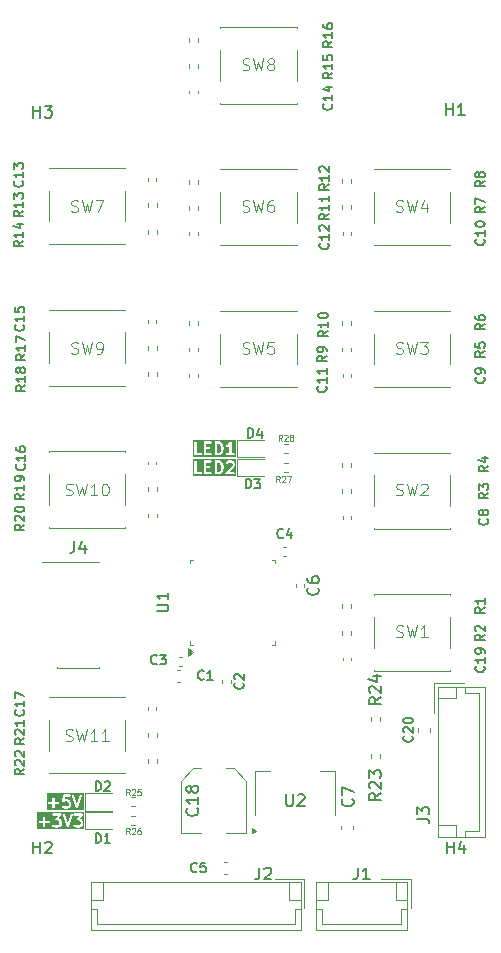
<source format=gbr>
%TF.GenerationSoftware,KiCad,Pcbnew,9.0.0-9.0.0-2~ubuntu22.04.1*%
%TF.CreationDate,2025-03-23T14:44:27+01:00*%
%TF.ProjectId,PCB_controller,5043425f-636f-46e7-9472-6f6c6c65722e,rev?*%
%TF.SameCoordinates,Original*%
%TF.FileFunction,Legend,Top*%
%TF.FilePolarity,Positive*%
%FSLAX46Y46*%
G04 Gerber Fmt 4.6, Leading zero omitted, Abs format (unit mm)*
G04 Created by KiCad (PCBNEW 9.0.0-9.0.0-2~ubuntu22.04.1) date 2025-03-23 14:44:27*
%MOMM*%
%LPD*%
G01*
G04 APERTURE LIST*
%ADD10C,0.200000*%
%ADD11C,0.150000*%
%ADD12C,0.100000*%
%ADD13C,0.125000*%
%ADD14C,0.120000*%
G04 APERTURE END LIST*
D10*
G36*
X142010891Y-93202240D02*
G01*
X142077964Y-93269313D01*
X142113416Y-93340218D01*
X142155387Y-93508099D01*
X142155387Y-93626337D01*
X142113416Y-93794218D01*
X142077963Y-93865124D01*
X142010892Y-93932197D01*
X141905827Y-93967219D01*
X141783959Y-93967219D01*
X141783959Y-93167219D01*
X141905827Y-93167219D01*
X142010891Y-93202240D01*
G37*
G36*
X143418879Y-94278330D02*
G01*
X139758562Y-94278330D01*
X139758562Y-93067219D01*
X139869673Y-93067219D01*
X139869673Y-94067219D01*
X139871594Y-94086728D01*
X139886526Y-94122776D01*
X139914116Y-94150366D01*
X139950164Y-94165298D01*
X139969673Y-94167219D01*
X140445863Y-94167219D01*
X140465372Y-94165298D01*
X140501420Y-94150366D01*
X140529010Y-94122776D01*
X140543942Y-94086728D01*
X140543942Y-94047710D01*
X140529010Y-94011662D01*
X140501420Y-93984072D01*
X140465372Y-93969140D01*
X140445863Y-93967219D01*
X140069673Y-93967219D01*
X140069673Y-93067219D01*
X140679197Y-93067219D01*
X140679197Y-94067219D01*
X140681118Y-94086728D01*
X140696050Y-94122776D01*
X140723640Y-94150366D01*
X140759688Y-94165298D01*
X140779197Y-94167219D01*
X141255387Y-94167219D01*
X141274896Y-94165298D01*
X141310944Y-94150366D01*
X141338534Y-94122776D01*
X141353466Y-94086728D01*
X141353466Y-94047710D01*
X141338534Y-94011662D01*
X141310944Y-93984072D01*
X141274896Y-93969140D01*
X141255387Y-93967219D01*
X140879197Y-93967219D01*
X140879197Y-93643409D01*
X141112530Y-93643409D01*
X141132039Y-93641488D01*
X141168087Y-93626556D01*
X141195677Y-93598966D01*
X141210609Y-93562918D01*
X141210609Y-93523900D01*
X141195677Y-93487852D01*
X141168087Y-93460262D01*
X141132039Y-93445330D01*
X141112530Y-93443409D01*
X140879197Y-93443409D01*
X140879197Y-93167219D01*
X141255387Y-93167219D01*
X141274896Y-93165298D01*
X141310944Y-93150366D01*
X141338534Y-93122776D01*
X141353466Y-93086728D01*
X141353466Y-93067219D01*
X141583959Y-93067219D01*
X141583959Y-94067219D01*
X141585880Y-94086728D01*
X141600812Y-94122776D01*
X141628402Y-94150366D01*
X141664450Y-94165298D01*
X141683959Y-94167219D01*
X141922054Y-94167219D01*
X141931927Y-94166246D01*
X141934561Y-94166434D01*
X141938024Y-94165646D01*
X141941563Y-94165298D01*
X141944005Y-94164286D01*
X141953677Y-94162087D01*
X142096533Y-94114468D01*
X142114434Y-94106477D01*
X142117149Y-94104122D01*
X142120469Y-94102747D01*
X142135622Y-94090310D01*
X142178222Y-94047710D01*
X142490642Y-94047710D01*
X142490642Y-94086728D01*
X142505574Y-94122776D01*
X142533164Y-94150366D01*
X142569212Y-94165298D01*
X142588721Y-94167219D01*
X143207768Y-94167219D01*
X143227277Y-94165298D01*
X143263325Y-94150366D01*
X143290915Y-94122776D01*
X143305847Y-94086728D01*
X143305847Y-94047710D01*
X143290915Y-94011662D01*
X143263325Y-93984072D01*
X143227277Y-93969140D01*
X143207768Y-93967219D01*
X142830143Y-93967219D01*
X143230860Y-93566501D01*
X143243296Y-93551347D01*
X143244670Y-93548028D01*
X143247026Y-93545313D01*
X143255017Y-93527413D01*
X143302636Y-93384556D01*
X143304835Y-93374883D01*
X143305847Y-93372442D01*
X143306195Y-93368904D01*
X143306983Y-93365441D01*
X143306795Y-93362806D01*
X143307768Y-93352933D01*
X143307768Y-93257695D01*
X143305847Y-93238186D01*
X143304471Y-93234865D01*
X143304217Y-93231282D01*
X143297211Y-93212973D01*
X143249592Y-93117736D01*
X143244306Y-93109339D01*
X143243296Y-93106899D01*
X143241042Y-93104153D01*
X143239149Y-93101145D01*
X143237151Y-93099412D01*
X143230859Y-93091746D01*
X143183241Y-93044127D01*
X143175570Y-93037832D01*
X143173841Y-93035838D01*
X143170833Y-93033944D01*
X143168087Y-93031691D01*
X143165647Y-93030680D01*
X143157251Y-93025395D01*
X143062013Y-92977776D01*
X143043705Y-92970770D01*
X143040121Y-92970515D01*
X143036801Y-92969140D01*
X143017292Y-92967219D01*
X142779197Y-92967219D01*
X142759688Y-92969140D01*
X142756367Y-92970515D01*
X142752784Y-92970770D01*
X142734475Y-92977776D01*
X142639238Y-93025395D01*
X142630841Y-93030680D01*
X142628401Y-93031691D01*
X142625655Y-93033944D01*
X142622647Y-93035838D01*
X142620914Y-93037835D01*
X142613248Y-93044128D01*
X142565629Y-93091746D01*
X142553193Y-93106900D01*
X142538261Y-93142948D01*
X142538261Y-93181966D01*
X142553193Y-93218014D01*
X142580783Y-93245604D01*
X142616831Y-93260536D01*
X142655849Y-93260536D01*
X142691897Y-93245604D01*
X142707051Y-93233168D01*
X142743194Y-93197023D01*
X142802804Y-93167219D01*
X142993685Y-93167219D01*
X143053294Y-93197024D01*
X143077963Y-93221692D01*
X143107768Y-93281302D01*
X143107768Y-93336706D01*
X143072746Y-93441770D01*
X142518010Y-93996508D01*
X142505574Y-94011662D01*
X142490642Y-94047710D01*
X142178222Y-94047710D01*
X142230860Y-93995071D01*
X142237152Y-93987404D01*
X142239149Y-93985673D01*
X142241042Y-93982665D01*
X142243297Y-93979918D01*
X142244308Y-93977476D01*
X142249592Y-93969082D01*
X142297211Y-93873845D01*
X142297757Y-93872416D01*
X142298187Y-93871837D01*
X142301108Y-93863660D01*
X142304217Y-93855536D01*
X142304268Y-93854815D01*
X142304782Y-93853377D01*
X142352401Y-93662901D01*
X142352901Y-93659519D01*
X142353466Y-93658156D01*
X142354189Y-93650805D01*
X142355269Y-93643508D01*
X142355051Y-93642049D01*
X142355387Y-93638647D01*
X142355387Y-93495790D01*
X142355051Y-93492387D01*
X142355269Y-93490929D01*
X142354189Y-93483631D01*
X142353466Y-93476281D01*
X142352901Y-93474917D01*
X142352401Y-93471536D01*
X142304782Y-93281060D01*
X142304268Y-93279621D01*
X142304217Y-93278901D01*
X142301108Y-93270776D01*
X142298187Y-93262600D01*
X142297757Y-93262020D01*
X142297211Y-93260592D01*
X142249592Y-93165355D01*
X142244305Y-93156956D01*
X142243296Y-93154519D01*
X142241044Y-93151775D01*
X142239149Y-93148764D01*
X142237151Y-93147031D01*
X142230860Y-93139365D01*
X142135622Y-93044127D01*
X142120468Y-93031691D01*
X142117149Y-93030316D01*
X142114434Y-93027961D01*
X142096533Y-93019970D01*
X141953677Y-92972351D01*
X141944005Y-92970151D01*
X141941563Y-92969140D01*
X141938024Y-92968791D01*
X141934561Y-92968004D01*
X141931927Y-92968191D01*
X141922054Y-92967219D01*
X141683959Y-92967219D01*
X141664450Y-92969140D01*
X141628402Y-92984072D01*
X141600812Y-93011662D01*
X141585880Y-93047710D01*
X141583959Y-93067219D01*
X141353466Y-93067219D01*
X141353466Y-93047710D01*
X141338534Y-93011662D01*
X141310944Y-92984072D01*
X141274896Y-92969140D01*
X141255387Y-92967219D01*
X140779197Y-92967219D01*
X140759688Y-92969140D01*
X140723640Y-92984072D01*
X140696050Y-93011662D01*
X140681118Y-93047710D01*
X140679197Y-93067219D01*
X140069673Y-93067219D01*
X140067752Y-93047710D01*
X140052820Y-93011662D01*
X140025230Y-92984072D01*
X139989182Y-92969140D01*
X139950164Y-92969140D01*
X139914116Y-92984072D01*
X139886526Y-93011662D01*
X139871594Y-93047710D01*
X139869673Y-93067219D01*
X139758562Y-93067219D01*
X139758562Y-92856108D01*
X143418879Y-92856108D01*
X143418879Y-94278330D01*
G37*
G36*
X130552212Y-124178330D02*
G01*
X126560483Y-124178330D01*
X126560483Y-123566757D01*
X126671594Y-123566757D01*
X126671594Y-123605775D01*
X126686526Y-123641823D01*
X126714116Y-123669413D01*
X126750164Y-123684345D01*
X126769673Y-123686266D01*
X127050625Y-123686266D01*
X127050625Y-123967219D01*
X127052546Y-123986728D01*
X127067478Y-124022776D01*
X127095068Y-124050366D01*
X127131116Y-124065298D01*
X127170134Y-124065298D01*
X127206182Y-124050366D01*
X127233772Y-124022776D01*
X127248704Y-123986728D01*
X127250625Y-123967219D01*
X127250625Y-123686266D01*
X127531578Y-123686266D01*
X127551087Y-123684345D01*
X127587135Y-123669413D01*
X127614725Y-123641823D01*
X127629657Y-123605775D01*
X127629657Y-123566757D01*
X127614725Y-123530709D01*
X127587135Y-123503119D01*
X127551087Y-123488187D01*
X127531578Y-123486266D01*
X127250625Y-123486266D01*
X127250625Y-123205314D01*
X127248704Y-123185805D01*
X127233772Y-123149757D01*
X127206182Y-123122167D01*
X127170134Y-123107235D01*
X127131116Y-123107235D01*
X127095068Y-123122167D01*
X127067478Y-123149757D01*
X127052546Y-123185805D01*
X127050625Y-123205314D01*
X127050625Y-123486266D01*
X126769673Y-123486266D01*
X126750164Y-123488187D01*
X126714116Y-123503119D01*
X126686526Y-123530709D01*
X126671594Y-123566757D01*
X126560483Y-123566757D01*
X126560483Y-122947710D01*
X127814451Y-122947710D01*
X127814451Y-122986728D01*
X127829383Y-123022776D01*
X127856973Y-123050366D01*
X127893021Y-123065298D01*
X127912530Y-123067219D01*
X128311200Y-123067219D01*
X128122986Y-123282321D01*
X128116956Y-123290754D01*
X128115097Y-123292614D01*
X128114366Y-123294377D01*
X128111585Y-123298268D01*
X128106380Y-123313656D01*
X128100165Y-123328662D01*
X128100165Y-123332035D01*
X128099085Y-123335229D01*
X128100165Y-123351431D01*
X128100165Y-123367680D01*
X128101455Y-123370795D01*
X128101680Y-123374161D01*
X128108880Y-123388721D01*
X128115097Y-123403728D01*
X128117481Y-123406112D01*
X128118977Y-123409136D01*
X128131202Y-123419833D01*
X128142687Y-123431318D01*
X128145801Y-123432608D01*
X128148341Y-123434830D01*
X128163729Y-123440034D01*
X128178735Y-123446250D01*
X128183494Y-123446718D01*
X128185302Y-123447330D01*
X128187926Y-123447155D01*
X128198244Y-123448171D01*
X128317494Y-123448171D01*
X128377103Y-123477976D01*
X128401772Y-123502644D01*
X128431577Y-123562254D01*
X128431577Y-123753135D01*
X128401772Y-123812743D01*
X128377103Y-123837413D01*
X128317494Y-123867219D01*
X128078994Y-123867219D01*
X128019384Y-123837414D01*
X127983241Y-123801270D01*
X127968088Y-123788833D01*
X127932040Y-123773902D01*
X127893022Y-123773901D01*
X127856973Y-123788832D01*
X127829383Y-123816422D01*
X127814452Y-123852470D01*
X127814451Y-123891488D01*
X127829382Y-123927537D01*
X127841819Y-123942690D01*
X127889437Y-123990310D01*
X127897105Y-123996603D01*
X127898837Y-123998600D01*
X127901845Y-124000493D01*
X127904591Y-124002747D01*
X127907031Y-124003757D01*
X127915428Y-124009043D01*
X128010665Y-124056662D01*
X128028974Y-124063668D01*
X128032557Y-124063922D01*
X128035878Y-124065298D01*
X128055387Y-124067219D01*
X128341101Y-124067219D01*
X128360610Y-124065298D01*
X128363930Y-124063922D01*
X128367514Y-124063668D01*
X128385822Y-124056662D01*
X128481060Y-124009043D01*
X128489455Y-124003758D01*
X128491897Y-124002747D01*
X128494644Y-124000491D01*
X128497650Y-123998600D01*
X128499380Y-123996605D01*
X128507050Y-123990310D01*
X128554669Y-123942690D01*
X128560961Y-123935023D01*
X128562958Y-123933292D01*
X128564851Y-123930284D01*
X128567106Y-123927537D01*
X128568117Y-123925095D01*
X128573401Y-123916701D01*
X128621020Y-123821464D01*
X128628026Y-123803155D01*
X128628280Y-123799571D01*
X128629656Y-123796251D01*
X128631577Y-123776742D01*
X128631577Y-123538647D01*
X128629656Y-123519138D01*
X128628280Y-123515817D01*
X128628026Y-123512234D01*
X128621020Y-123493925D01*
X128573401Y-123398688D01*
X128568115Y-123390291D01*
X128567105Y-123387851D01*
X128564851Y-123385105D01*
X128562958Y-123382097D01*
X128560960Y-123380364D01*
X128554668Y-123372698D01*
X128507050Y-123325079D01*
X128499379Y-123318784D01*
X128497650Y-123316790D01*
X128494642Y-123314896D01*
X128491896Y-123312643D01*
X128489456Y-123311632D01*
X128481060Y-123306347D01*
X128402212Y-123266923D01*
X128606835Y-123033069D01*
X128612864Y-123024635D01*
X128614724Y-123022776D01*
X128615454Y-123021012D01*
X128618236Y-123017122D01*
X128623440Y-123001733D01*
X128629656Y-122986728D01*
X128629656Y-122983354D01*
X128630736Y-122980161D01*
X128630707Y-122979726D01*
X128718077Y-122979726D01*
X128722424Y-122998842D01*
X129055757Y-123998841D01*
X129063748Y-124016742D01*
X129068431Y-124022141D01*
X129071626Y-124028531D01*
X129081097Y-124036746D01*
X129089313Y-124046218D01*
X129095701Y-124049412D01*
X129101102Y-124054096D01*
X129113003Y-124058063D01*
X129124212Y-124063667D01*
X129131336Y-124064173D01*
X129138118Y-124066434D01*
X129150627Y-124065544D01*
X129163132Y-124066434D01*
X129169910Y-124064174D01*
X129177038Y-124063668D01*
X129188254Y-124058059D01*
X129200148Y-124054095D01*
X129205545Y-124049414D01*
X129211937Y-124046218D01*
X129220155Y-124036742D01*
X129229624Y-124028530D01*
X129232817Y-124022143D01*
X129237502Y-124016742D01*
X129245493Y-123998842D01*
X129578826Y-122998842D01*
X129583173Y-122979727D01*
X129580898Y-122947710D01*
X129623975Y-122947710D01*
X129623975Y-122986728D01*
X129638907Y-123022776D01*
X129666497Y-123050366D01*
X129702545Y-123065298D01*
X129722054Y-123067219D01*
X130120724Y-123067219D01*
X129932510Y-123282321D01*
X129926480Y-123290754D01*
X129924621Y-123292614D01*
X129923890Y-123294377D01*
X129921109Y-123298268D01*
X129915904Y-123313656D01*
X129909689Y-123328662D01*
X129909689Y-123332035D01*
X129908609Y-123335229D01*
X129909689Y-123351431D01*
X129909689Y-123367680D01*
X129910979Y-123370795D01*
X129911204Y-123374161D01*
X129918404Y-123388721D01*
X129924621Y-123403728D01*
X129927005Y-123406112D01*
X129928501Y-123409136D01*
X129940726Y-123419833D01*
X129952211Y-123431318D01*
X129955325Y-123432608D01*
X129957865Y-123434830D01*
X129973253Y-123440034D01*
X129988259Y-123446250D01*
X129993018Y-123446718D01*
X129994826Y-123447330D01*
X129997450Y-123447155D01*
X130007768Y-123448171D01*
X130127018Y-123448171D01*
X130186627Y-123477976D01*
X130211296Y-123502644D01*
X130241101Y-123562254D01*
X130241101Y-123753135D01*
X130211296Y-123812743D01*
X130186627Y-123837413D01*
X130127018Y-123867219D01*
X129888518Y-123867219D01*
X129828908Y-123837414D01*
X129792765Y-123801270D01*
X129777612Y-123788833D01*
X129741564Y-123773902D01*
X129702546Y-123773901D01*
X129666497Y-123788832D01*
X129638907Y-123816422D01*
X129623976Y-123852470D01*
X129623975Y-123891488D01*
X129638906Y-123927537D01*
X129651343Y-123942690D01*
X129698961Y-123990310D01*
X129706629Y-123996603D01*
X129708361Y-123998600D01*
X129711369Y-124000493D01*
X129714115Y-124002747D01*
X129716555Y-124003757D01*
X129724952Y-124009043D01*
X129820189Y-124056662D01*
X129838498Y-124063668D01*
X129842081Y-124063922D01*
X129845402Y-124065298D01*
X129864911Y-124067219D01*
X130150625Y-124067219D01*
X130170134Y-124065298D01*
X130173454Y-124063922D01*
X130177038Y-124063668D01*
X130195346Y-124056662D01*
X130290584Y-124009043D01*
X130298979Y-124003758D01*
X130301421Y-124002747D01*
X130304168Y-124000491D01*
X130307174Y-123998600D01*
X130308904Y-123996605D01*
X130316574Y-123990310D01*
X130364193Y-123942690D01*
X130370485Y-123935023D01*
X130372482Y-123933292D01*
X130374375Y-123930284D01*
X130376630Y-123927537D01*
X130377641Y-123925095D01*
X130382925Y-123916701D01*
X130430544Y-123821464D01*
X130437550Y-123803155D01*
X130437804Y-123799571D01*
X130439180Y-123796251D01*
X130441101Y-123776742D01*
X130441101Y-123538647D01*
X130439180Y-123519138D01*
X130437804Y-123515817D01*
X130437550Y-123512234D01*
X130430544Y-123493925D01*
X130382925Y-123398688D01*
X130377639Y-123390291D01*
X130376629Y-123387851D01*
X130374375Y-123385105D01*
X130372482Y-123382097D01*
X130370484Y-123380364D01*
X130364192Y-123372698D01*
X130316574Y-123325079D01*
X130308903Y-123318784D01*
X130307174Y-123316790D01*
X130304166Y-123314896D01*
X130301420Y-123312643D01*
X130298980Y-123311632D01*
X130290584Y-123306347D01*
X130211736Y-123266923D01*
X130416359Y-123033069D01*
X130422388Y-123024635D01*
X130424248Y-123022776D01*
X130424978Y-123021012D01*
X130427760Y-123017122D01*
X130432964Y-123001733D01*
X130439180Y-122986728D01*
X130439180Y-122983354D01*
X130440260Y-122980161D01*
X130439180Y-122963958D01*
X130439180Y-122947710D01*
X130437889Y-122944594D01*
X130437665Y-122941229D01*
X130430462Y-122926663D01*
X130424248Y-122911662D01*
X130421864Y-122909278D01*
X130420369Y-122906254D01*
X130408135Y-122895549D01*
X130396658Y-122884072D01*
X130393544Y-122882782D01*
X130391005Y-122880560D01*
X130375613Y-122875354D01*
X130360610Y-122869140D01*
X130355850Y-122868671D01*
X130354043Y-122868060D01*
X130351418Y-122868234D01*
X130341101Y-122867219D01*
X129722054Y-122867219D01*
X129702545Y-122869140D01*
X129666497Y-122884072D01*
X129638907Y-122911662D01*
X129623975Y-122947710D01*
X129580898Y-122947710D01*
X129580407Y-122940807D01*
X129562957Y-122905908D01*
X129533481Y-122880343D01*
X129496465Y-122868004D01*
X129457545Y-122870771D01*
X129422646Y-122888220D01*
X129397081Y-122917696D01*
X129389090Y-122935597D01*
X129150625Y-123650991D01*
X128912160Y-122935596D01*
X128904169Y-122917696D01*
X128878604Y-122888220D01*
X128843705Y-122870770D01*
X128804785Y-122868004D01*
X128767769Y-122880342D01*
X128738293Y-122905907D01*
X128720843Y-122940806D01*
X128718077Y-122979726D01*
X128630707Y-122979726D01*
X128629656Y-122963958D01*
X128629656Y-122947710D01*
X128628365Y-122944594D01*
X128628141Y-122941229D01*
X128620938Y-122926663D01*
X128614724Y-122911662D01*
X128612340Y-122909278D01*
X128610845Y-122906254D01*
X128598611Y-122895549D01*
X128587134Y-122884072D01*
X128584020Y-122882782D01*
X128581481Y-122880560D01*
X128566089Y-122875354D01*
X128551086Y-122869140D01*
X128546326Y-122868671D01*
X128544519Y-122868060D01*
X128541894Y-122868234D01*
X128531577Y-122867219D01*
X127912530Y-122867219D01*
X127893021Y-122869140D01*
X127856973Y-122884072D01*
X127829383Y-122911662D01*
X127814451Y-122947710D01*
X126560483Y-122947710D01*
X126560483Y-122756108D01*
X130552212Y-122756108D01*
X130552212Y-124178330D01*
G37*
G36*
X130494284Y-122578330D02*
G01*
X127360483Y-122578330D01*
X127360483Y-121966757D01*
X127471594Y-121966757D01*
X127471594Y-122005775D01*
X127486526Y-122041823D01*
X127514116Y-122069413D01*
X127550164Y-122084345D01*
X127569673Y-122086266D01*
X127850625Y-122086266D01*
X127850625Y-122367219D01*
X127852546Y-122386728D01*
X127867478Y-122422776D01*
X127895068Y-122450366D01*
X127931116Y-122465298D01*
X127970134Y-122465298D01*
X128006182Y-122450366D01*
X128033772Y-122422776D01*
X128048704Y-122386728D01*
X128050625Y-122367219D01*
X128050625Y-122086266D01*
X128331578Y-122086266D01*
X128351087Y-122084345D01*
X128387135Y-122069413D01*
X128414725Y-122041823D01*
X128429657Y-122005775D01*
X128429657Y-121966757D01*
X128414725Y-121930709D01*
X128387135Y-121903119D01*
X128351087Y-121888187D01*
X128331578Y-121886266D01*
X128050625Y-121886266D01*
X128050625Y-121853062D01*
X128660616Y-121853062D01*
X128662070Y-121857880D01*
X128662070Y-121862918D01*
X128667666Y-121876427D01*
X128671887Y-121890417D01*
X128675074Y-121894313D01*
X128677002Y-121898966D01*
X128687338Y-121909302D01*
X128696594Y-121920615D01*
X128701031Y-121922995D01*
X128704592Y-121926556D01*
X128718097Y-121932150D01*
X128730978Y-121939060D01*
X128735987Y-121939560D01*
X128740640Y-121941488D01*
X128755261Y-121941488D01*
X128769802Y-121942942D01*
X128774621Y-121941488D01*
X128779658Y-121941488D01*
X128793167Y-121935891D01*
X128807157Y-121931671D01*
X128811053Y-121928483D01*
X128815706Y-121926556D01*
X128830860Y-121914120D01*
X128867003Y-121877975D01*
X128926613Y-121848171D01*
X129117494Y-121848171D01*
X129177103Y-121877976D01*
X129201772Y-121902644D01*
X129231577Y-121962254D01*
X129231577Y-122153135D01*
X129201772Y-122212743D01*
X129177103Y-122237413D01*
X129117494Y-122267219D01*
X128926613Y-122267219D01*
X128867003Y-122237414D01*
X128830860Y-122201270D01*
X128815707Y-122188833D01*
X128779659Y-122173902D01*
X128740641Y-122173901D01*
X128704592Y-122188832D01*
X128677002Y-122216422D01*
X128662071Y-122252470D01*
X128662070Y-122291488D01*
X128677001Y-122327537D01*
X128689438Y-122342690D01*
X128737056Y-122390310D01*
X128744724Y-122396603D01*
X128746456Y-122398600D01*
X128749464Y-122400493D01*
X128752210Y-122402747D01*
X128754650Y-122403757D01*
X128763047Y-122409043D01*
X128858284Y-122456662D01*
X128876593Y-122463668D01*
X128880176Y-122463922D01*
X128883497Y-122465298D01*
X128903006Y-122467219D01*
X129141101Y-122467219D01*
X129160610Y-122465298D01*
X129163930Y-122463922D01*
X129167514Y-122463668D01*
X129185822Y-122456662D01*
X129281060Y-122409043D01*
X129289455Y-122403758D01*
X129291897Y-122402747D01*
X129294644Y-122400491D01*
X129297650Y-122398600D01*
X129299380Y-122396605D01*
X129307050Y-122390310D01*
X129354669Y-122342690D01*
X129360961Y-122335023D01*
X129362958Y-122333292D01*
X129364851Y-122330284D01*
X129367106Y-122327537D01*
X129368117Y-122325095D01*
X129373401Y-122316701D01*
X129421020Y-122221464D01*
X129428026Y-122203155D01*
X129428280Y-122199571D01*
X129429656Y-122196251D01*
X129431577Y-122176742D01*
X129431577Y-121938647D01*
X129429656Y-121919138D01*
X129428280Y-121915817D01*
X129428026Y-121912234D01*
X129421020Y-121893925D01*
X129373401Y-121798688D01*
X129368115Y-121790291D01*
X129367105Y-121787851D01*
X129364851Y-121785105D01*
X129362958Y-121782097D01*
X129360960Y-121780364D01*
X129354668Y-121772698D01*
X129307050Y-121725079D01*
X129299379Y-121718784D01*
X129297650Y-121716790D01*
X129294642Y-121714896D01*
X129291896Y-121712643D01*
X129289456Y-121711632D01*
X129281060Y-121706347D01*
X129185822Y-121658728D01*
X129167514Y-121651722D01*
X129163930Y-121651467D01*
X129160610Y-121650092D01*
X129141101Y-121648171D01*
X128903006Y-121648171D01*
X128883497Y-121650092D01*
X128880176Y-121651467D01*
X128879839Y-121651491D01*
X128898267Y-121467219D01*
X129283958Y-121467219D01*
X129303467Y-121465298D01*
X129339515Y-121450366D01*
X129367105Y-121422776D01*
X129382037Y-121386728D01*
X129382037Y-121379726D01*
X129518077Y-121379726D01*
X129522424Y-121398842D01*
X129855757Y-122398841D01*
X129863748Y-122416742D01*
X129868431Y-122422141D01*
X129871626Y-122428531D01*
X129881097Y-122436746D01*
X129889313Y-122446218D01*
X129895701Y-122449412D01*
X129901102Y-122454096D01*
X129913003Y-122458063D01*
X129924212Y-122463667D01*
X129931336Y-122464173D01*
X129938118Y-122466434D01*
X129950627Y-122465544D01*
X129963132Y-122466434D01*
X129969910Y-122464174D01*
X129977038Y-122463668D01*
X129988254Y-122458059D01*
X130000148Y-122454095D01*
X130005545Y-122449414D01*
X130011937Y-122446218D01*
X130020155Y-122436742D01*
X130029624Y-122428530D01*
X130032817Y-122422143D01*
X130037502Y-122416742D01*
X130045493Y-122398842D01*
X130378826Y-121398842D01*
X130383173Y-121379727D01*
X130380407Y-121340807D01*
X130362957Y-121305908D01*
X130333481Y-121280343D01*
X130296465Y-121268004D01*
X130257545Y-121270771D01*
X130222646Y-121288220D01*
X130197081Y-121317696D01*
X130189090Y-121335597D01*
X129950625Y-122050991D01*
X129712160Y-121335596D01*
X129704169Y-121317696D01*
X129678604Y-121288220D01*
X129643705Y-121270770D01*
X129604785Y-121268004D01*
X129567769Y-121280342D01*
X129538293Y-121305907D01*
X129520843Y-121340806D01*
X129518077Y-121379726D01*
X129382037Y-121379726D01*
X129382037Y-121347710D01*
X129367105Y-121311662D01*
X129339515Y-121284072D01*
X129303467Y-121269140D01*
X129283958Y-121267219D01*
X128807768Y-121267219D01*
X128800551Y-121267929D01*
X128798115Y-121267686D01*
X128795736Y-121268403D01*
X128788259Y-121269140D01*
X128774749Y-121274736D01*
X128760760Y-121278957D01*
X128756863Y-121282144D01*
X128752211Y-121284072D01*
X128741874Y-121294408D01*
X128730562Y-121303664D01*
X128728181Y-121308101D01*
X128724621Y-121311662D01*
X128719026Y-121325167D01*
X128712117Y-121338048D01*
X128710640Y-121345412D01*
X128709689Y-121347710D01*
X128709689Y-121350160D01*
X128708264Y-121357269D01*
X128660645Y-121833459D01*
X128660616Y-121853062D01*
X128050625Y-121853062D01*
X128050625Y-121605314D01*
X128048704Y-121585805D01*
X128033772Y-121549757D01*
X128006182Y-121522167D01*
X127970134Y-121507235D01*
X127931116Y-121507235D01*
X127895068Y-121522167D01*
X127867478Y-121549757D01*
X127852546Y-121585805D01*
X127850625Y-121605314D01*
X127850625Y-121886266D01*
X127569673Y-121886266D01*
X127550164Y-121888187D01*
X127514116Y-121903119D01*
X127486526Y-121930709D01*
X127471594Y-121966757D01*
X127360483Y-121966757D01*
X127360483Y-121156108D01*
X130494284Y-121156108D01*
X130494284Y-122578330D01*
G37*
G36*
X142010891Y-91602240D02*
G01*
X142077964Y-91669313D01*
X142113416Y-91740218D01*
X142155387Y-91908099D01*
X142155387Y-92026337D01*
X142113416Y-92194218D01*
X142077963Y-92265124D01*
X142010892Y-92332197D01*
X141905827Y-92367219D01*
X141783959Y-92367219D01*
X141783959Y-91567219D01*
X141905827Y-91567219D01*
X142010891Y-91602240D01*
G37*
G36*
X143416958Y-92678330D02*
G01*
X139758562Y-92678330D01*
X139758562Y-91467219D01*
X139869673Y-91467219D01*
X139869673Y-92467219D01*
X139871594Y-92486728D01*
X139886526Y-92522776D01*
X139914116Y-92550366D01*
X139950164Y-92565298D01*
X139969673Y-92567219D01*
X140445863Y-92567219D01*
X140465372Y-92565298D01*
X140501420Y-92550366D01*
X140529010Y-92522776D01*
X140543942Y-92486728D01*
X140543942Y-92447710D01*
X140529010Y-92411662D01*
X140501420Y-92384072D01*
X140465372Y-92369140D01*
X140445863Y-92367219D01*
X140069673Y-92367219D01*
X140069673Y-91467219D01*
X140679197Y-91467219D01*
X140679197Y-92467219D01*
X140681118Y-92486728D01*
X140696050Y-92522776D01*
X140723640Y-92550366D01*
X140759688Y-92565298D01*
X140779197Y-92567219D01*
X141255387Y-92567219D01*
X141274896Y-92565298D01*
X141310944Y-92550366D01*
X141338534Y-92522776D01*
X141353466Y-92486728D01*
X141353466Y-92447710D01*
X141338534Y-92411662D01*
X141310944Y-92384072D01*
X141274896Y-92369140D01*
X141255387Y-92367219D01*
X140879197Y-92367219D01*
X140879197Y-92043409D01*
X141112530Y-92043409D01*
X141132039Y-92041488D01*
X141168087Y-92026556D01*
X141195677Y-91998966D01*
X141210609Y-91962918D01*
X141210609Y-91923900D01*
X141195677Y-91887852D01*
X141168087Y-91860262D01*
X141132039Y-91845330D01*
X141112530Y-91843409D01*
X140879197Y-91843409D01*
X140879197Y-91567219D01*
X141255387Y-91567219D01*
X141274896Y-91565298D01*
X141310944Y-91550366D01*
X141338534Y-91522776D01*
X141353466Y-91486728D01*
X141353466Y-91467219D01*
X141583959Y-91467219D01*
X141583959Y-92467219D01*
X141585880Y-92486728D01*
X141600812Y-92522776D01*
X141628402Y-92550366D01*
X141664450Y-92565298D01*
X141683959Y-92567219D01*
X141922054Y-92567219D01*
X141931927Y-92566246D01*
X141934561Y-92566434D01*
X141938024Y-92565646D01*
X141941563Y-92565298D01*
X141944005Y-92564286D01*
X141953677Y-92562087D01*
X142096533Y-92514468D01*
X142114434Y-92506477D01*
X142117149Y-92504122D01*
X142120469Y-92502747D01*
X142135622Y-92490310D01*
X142230860Y-92395071D01*
X142237152Y-92387404D01*
X142239149Y-92385673D01*
X142241042Y-92382665D01*
X142243297Y-92379918D01*
X142244308Y-92377476D01*
X142249592Y-92369082D01*
X142297211Y-92273845D01*
X142297757Y-92272416D01*
X142298187Y-92271837D01*
X142301108Y-92263660D01*
X142304217Y-92255536D01*
X142304268Y-92254815D01*
X142304782Y-92253377D01*
X142352401Y-92062901D01*
X142352901Y-92059519D01*
X142353466Y-92058156D01*
X142354189Y-92050805D01*
X142355269Y-92043508D01*
X142355051Y-92042049D01*
X142355387Y-92038647D01*
X142355387Y-91895790D01*
X142355051Y-91892387D01*
X142355269Y-91890929D01*
X142354189Y-91883631D01*
X142353466Y-91876281D01*
X142352901Y-91874917D01*
X142352401Y-91871536D01*
X142319623Y-91740426D01*
X142537125Y-91740426D01*
X142539891Y-91779346D01*
X142557340Y-91814245D01*
X142586817Y-91839809D01*
X142623833Y-91852148D01*
X142662753Y-91849382D01*
X142681061Y-91842376D01*
X142776299Y-91794757D01*
X142784695Y-91789471D01*
X142787135Y-91788461D01*
X142789881Y-91786207D01*
X142792889Y-91784314D01*
X142794618Y-91782319D01*
X142802289Y-91776025D01*
X142822054Y-91756260D01*
X142822054Y-92367219D01*
X142636340Y-92367219D01*
X142616831Y-92369140D01*
X142580783Y-92384072D01*
X142553193Y-92411662D01*
X142538261Y-92447710D01*
X142538261Y-92486728D01*
X142553193Y-92522776D01*
X142580783Y-92550366D01*
X142616831Y-92565298D01*
X142636340Y-92567219D01*
X143207768Y-92567219D01*
X143227277Y-92565298D01*
X143263325Y-92550366D01*
X143290915Y-92522776D01*
X143305847Y-92486728D01*
X143305847Y-92447710D01*
X143290915Y-92411662D01*
X143263325Y-92384072D01*
X143227277Y-92369140D01*
X143207768Y-92367219D01*
X143022054Y-92367219D01*
X143022054Y-91467219D01*
X143022047Y-91467148D01*
X143022054Y-91467114D01*
X143022033Y-91467012D01*
X143020133Y-91447710D01*
X143016343Y-91438561D01*
X143014402Y-91428854D01*
X143008950Y-91420713D01*
X143005201Y-91411662D01*
X142998201Y-91404662D01*
X142992691Y-91396434D01*
X142984536Y-91390997D01*
X142977611Y-91384072D01*
X142968467Y-91380284D01*
X142960226Y-91374790D01*
X142950612Y-91372888D01*
X142941563Y-91369140D01*
X142931662Y-91369140D01*
X142921950Y-91367219D01*
X142912345Y-91369140D01*
X142902545Y-91369140D01*
X142893396Y-91372929D01*
X142883689Y-91374871D01*
X142875548Y-91380322D01*
X142866497Y-91384072D01*
X142859497Y-91391071D01*
X142851269Y-91396582D01*
X142838980Y-91411588D01*
X142838907Y-91411662D01*
X142838893Y-91411694D01*
X142838849Y-91411749D01*
X142749105Y-91546365D01*
X142672341Y-91623128D01*
X142591619Y-91663490D01*
X142575028Y-91673933D01*
X142549464Y-91703410D01*
X142537125Y-91740426D01*
X142319623Y-91740426D01*
X142304782Y-91681060D01*
X142304268Y-91679621D01*
X142304217Y-91678901D01*
X142301108Y-91670776D01*
X142298187Y-91662600D01*
X142297757Y-91662020D01*
X142297211Y-91660592D01*
X142249592Y-91565355D01*
X142244305Y-91556956D01*
X142243296Y-91554519D01*
X142241044Y-91551775D01*
X142239149Y-91548764D01*
X142237151Y-91547031D01*
X142230860Y-91539365D01*
X142135622Y-91444127D01*
X142120468Y-91431691D01*
X142117149Y-91430316D01*
X142114434Y-91427961D01*
X142096533Y-91419970D01*
X141953677Y-91372351D01*
X141944005Y-91370151D01*
X141941563Y-91369140D01*
X141938024Y-91368791D01*
X141934561Y-91368004D01*
X141931927Y-91368191D01*
X141922054Y-91367219D01*
X141683959Y-91367219D01*
X141664450Y-91369140D01*
X141628402Y-91384072D01*
X141600812Y-91411662D01*
X141585880Y-91447710D01*
X141583959Y-91467219D01*
X141353466Y-91467219D01*
X141353466Y-91447710D01*
X141338534Y-91411662D01*
X141310944Y-91384072D01*
X141274896Y-91369140D01*
X141255387Y-91367219D01*
X140779197Y-91367219D01*
X140759688Y-91369140D01*
X140723640Y-91384072D01*
X140696050Y-91411662D01*
X140681118Y-91447710D01*
X140679197Y-91467219D01*
X140069673Y-91467219D01*
X140067752Y-91447710D01*
X140052820Y-91411662D01*
X140025230Y-91384072D01*
X139989182Y-91369140D01*
X139950164Y-91369140D01*
X139914116Y-91384072D01*
X139886526Y-91411662D01*
X139871594Y-91447710D01*
X139869673Y-91467219D01*
X139758562Y-91467219D01*
X139758562Y-91256108D01*
X143416958Y-91256108D01*
X143416958Y-92678330D01*
G37*
X125483504Y-93314285D02*
X125521600Y-93352381D01*
X125521600Y-93352381D02*
X125559695Y-93466666D01*
X125559695Y-93466666D02*
X125559695Y-93542857D01*
X125559695Y-93542857D02*
X125521600Y-93657143D01*
X125521600Y-93657143D02*
X125445409Y-93733333D01*
X125445409Y-93733333D02*
X125369219Y-93771428D01*
X125369219Y-93771428D02*
X125216838Y-93809524D01*
X125216838Y-93809524D02*
X125102552Y-93809524D01*
X125102552Y-93809524D02*
X124950171Y-93771428D01*
X124950171Y-93771428D02*
X124873980Y-93733333D01*
X124873980Y-93733333D02*
X124797790Y-93657143D01*
X124797790Y-93657143D02*
X124759695Y-93542857D01*
X124759695Y-93542857D02*
X124759695Y-93466666D01*
X124759695Y-93466666D02*
X124797790Y-93352381D01*
X124797790Y-93352381D02*
X124835885Y-93314285D01*
X125559695Y-92552381D02*
X125559695Y-93009524D01*
X125559695Y-92780952D02*
X124759695Y-92780952D01*
X124759695Y-92780952D02*
X124873980Y-92857143D01*
X124873980Y-92857143D02*
X124950171Y-92933333D01*
X124950171Y-92933333D02*
X124988266Y-93009524D01*
X124759695Y-91866666D02*
X124759695Y-92019047D01*
X124759695Y-92019047D02*
X124797790Y-92095238D01*
X124797790Y-92095238D02*
X124835885Y-92133333D01*
X124835885Y-92133333D02*
X124950171Y-92209523D01*
X124950171Y-92209523D02*
X125102552Y-92247619D01*
X125102552Y-92247619D02*
X125407314Y-92247619D01*
X125407314Y-92247619D02*
X125483504Y-92209523D01*
X125483504Y-92209523D02*
X125521600Y-92171428D01*
X125521600Y-92171428D02*
X125559695Y-92095238D01*
X125559695Y-92095238D02*
X125559695Y-91942857D01*
X125559695Y-91942857D02*
X125521600Y-91866666D01*
X125521600Y-91866666D02*
X125483504Y-91828571D01*
X125483504Y-91828571D02*
X125407314Y-91790476D01*
X125407314Y-91790476D02*
X125216838Y-91790476D01*
X125216838Y-91790476D02*
X125140647Y-91828571D01*
X125140647Y-91828571D02*
X125102552Y-91866666D01*
X125102552Y-91866666D02*
X125064457Y-91942857D01*
X125064457Y-91942857D02*
X125064457Y-92095238D01*
X125064457Y-92095238D02*
X125102552Y-92171428D01*
X125102552Y-92171428D02*
X125140647Y-92209523D01*
X125140647Y-92209523D02*
X125216838Y-92247619D01*
D11*
X150319580Y-103766666D02*
X150367200Y-103814285D01*
X150367200Y-103814285D02*
X150414819Y-103957142D01*
X150414819Y-103957142D02*
X150414819Y-104052380D01*
X150414819Y-104052380D02*
X150367200Y-104195237D01*
X150367200Y-104195237D02*
X150271961Y-104290475D01*
X150271961Y-104290475D02*
X150176723Y-104338094D01*
X150176723Y-104338094D02*
X149986247Y-104385713D01*
X149986247Y-104385713D02*
X149843390Y-104385713D01*
X149843390Y-104385713D02*
X149652914Y-104338094D01*
X149652914Y-104338094D02*
X149557676Y-104290475D01*
X149557676Y-104290475D02*
X149462438Y-104195237D01*
X149462438Y-104195237D02*
X149414819Y-104052380D01*
X149414819Y-104052380D02*
X149414819Y-103957142D01*
X149414819Y-103957142D02*
X149462438Y-103814285D01*
X149462438Y-103814285D02*
X149510057Y-103766666D01*
X149414819Y-102909523D02*
X149414819Y-103099999D01*
X149414819Y-103099999D02*
X149462438Y-103195237D01*
X149462438Y-103195237D02*
X149510057Y-103242856D01*
X149510057Y-103242856D02*
X149652914Y-103338094D01*
X149652914Y-103338094D02*
X149843390Y-103385713D01*
X149843390Y-103385713D02*
X150224342Y-103385713D01*
X150224342Y-103385713D02*
X150319580Y-103338094D01*
X150319580Y-103338094D02*
X150367200Y-103290475D01*
X150367200Y-103290475D02*
X150414819Y-103195237D01*
X150414819Y-103195237D02*
X150414819Y-103004761D01*
X150414819Y-103004761D02*
X150367200Y-102909523D01*
X150367200Y-102909523D02*
X150319580Y-102861904D01*
X150319580Y-102861904D02*
X150224342Y-102814285D01*
X150224342Y-102814285D02*
X149986247Y-102814285D01*
X149986247Y-102814285D02*
X149891009Y-102861904D01*
X149891009Y-102861904D02*
X149843390Y-102909523D01*
X149843390Y-102909523D02*
X149795771Y-103004761D01*
X149795771Y-103004761D02*
X149795771Y-103195237D01*
X149795771Y-103195237D02*
X149843390Y-103290475D01*
X149843390Y-103290475D02*
X149891009Y-103338094D01*
X149891009Y-103338094D02*
X149986247Y-103385713D01*
D10*
X164459695Y-83733332D02*
X164078742Y-83999999D01*
X164459695Y-84190475D02*
X163659695Y-84190475D01*
X163659695Y-84190475D02*
X163659695Y-83885713D01*
X163659695Y-83885713D02*
X163697790Y-83809523D01*
X163697790Y-83809523D02*
X163735885Y-83771428D01*
X163735885Y-83771428D02*
X163812076Y-83733332D01*
X163812076Y-83733332D02*
X163926361Y-83733332D01*
X163926361Y-83733332D02*
X164002552Y-83771428D01*
X164002552Y-83771428D02*
X164040647Y-83809523D01*
X164040647Y-83809523D02*
X164078742Y-83885713D01*
X164078742Y-83885713D02*
X164078742Y-84190475D01*
X163659695Y-83009523D02*
X163659695Y-83390475D01*
X163659695Y-83390475D02*
X164040647Y-83428571D01*
X164040647Y-83428571D02*
X164002552Y-83390475D01*
X164002552Y-83390475D02*
X163964457Y-83314285D01*
X163964457Y-83314285D02*
X163964457Y-83123809D01*
X163964457Y-83123809D02*
X164002552Y-83047618D01*
X164002552Y-83047618D02*
X164040647Y-83009523D01*
X164040647Y-83009523D02*
X164116838Y-82971428D01*
X164116838Y-82971428D02*
X164307314Y-82971428D01*
X164307314Y-82971428D02*
X164383504Y-83009523D01*
X164383504Y-83009523D02*
X164421600Y-83047618D01*
X164421600Y-83047618D02*
X164459695Y-83123809D01*
X164459695Y-83123809D02*
X164459695Y-83314285D01*
X164459695Y-83314285D02*
X164421600Y-83390475D01*
X164421600Y-83390475D02*
X164383504Y-83428571D01*
X151159695Y-82014285D02*
X150778742Y-82280952D01*
X151159695Y-82471428D02*
X150359695Y-82471428D01*
X150359695Y-82471428D02*
X150359695Y-82166666D01*
X150359695Y-82166666D02*
X150397790Y-82090476D01*
X150397790Y-82090476D02*
X150435885Y-82052381D01*
X150435885Y-82052381D02*
X150512076Y-82014285D01*
X150512076Y-82014285D02*
X150626361Y-82014285D01*
X150626361Y-82014285D02*
X150702552Y-82052381D01*
X150702552Y-82052381D02*
X150740647Y-82090476D01*
X150740647Y-82090476D02*
X150778742Y-82166666D01*
X150778742Y-82166666D02*
X150778742Y-82471428D01*
X151159695Y-81252381D02*
X151159695Y-81709524D01*
X151159695Y-81480952D02*
X150359695Y-81480952D01*
X150359695Y-81480952D02*
X150473980Y-81557143D01*
X150473980Y-81557143D02*
X150550171Y-81633333D01*
X150550171Y-81633333D02*
X150588266Y-81709524D01*
X150359695Y-80757142D02*
X150359695Y-80680952D01*
X150359695Y-80680952D02*
X150397790Y-80604761D01*
X150397790Y-80604761D02*
X150435885Y-80566666D01*
X150435885Y-80566666D02*
X150512076Y-80528571D01*
X150512076Y-80528571D02*
X150664457Y-80490476D01*
X150664457Y-80490476D02*
X150854933Y-80490476D01*
X150854933Y-80490476D02*
X151007314Y-80528571D01*
X151007314Y-80528571D02*
X151083504Y-80566666D01*
X151083504Y-80566666D02*
X151121600Y-80604761D01*
X151121600Y-80604761D02*
X151159695Y-80680952D01*
X151159695Y-80680952D02*
X151159695Y-80757142D01*
X151159695Y-80757142D02*
X151121600Y-80833333D01*
X151121600Y-80833333D02*
X151083504Y-80871428D01*
X151083504Y-80871428D02*
X151007314Y-80909523D01*
X151007314Y-80909523D02*
X150854933Y-80947619D01*
X150854933Y-80947619D02*
X150664457Y-80947619D01*
X150664457Y-80947619D02*
X150512076Y-80909523D01*
X150512076Y-80909523D02*
X150435885Y-80871428D01*
X150435885Y-80871428D02*
X150397790Y-80833333D01*
X150397790Y-80833333D02*
X150359695Y-80757142D01*
D12*
X156954167Y-71909800D02*
X157097024Y-71957419D01*
X157097024Y-71957419D02*
X157335119Y-71957419D01*
X157335119Y-71957419D02*
X157430357Y-71909800D01*
X157430357Y-71909800D02*
X157477976Y-71862180D01*
X157477976Y-71862180D02*
X157525595Y-71766942D01*
X157525595Y-71766942D02*
X157525595Y-71671704D01*
X157525595Y-71671704D02*
X157477976Y-71576466D01*
X157477976Y-71576466D02*
X157430357Y-71528847D01*
X157430357Y-71528847D02*
X157335119Y-71481228D01*
X157335119Y-71481228D02*
X157144643Y-71433609D01*
X157144643Y-71433609D02*
X157049405Y-71385990D01*
X157049405Y-71385990D02*
X157001786Y-71338371D01*
X157001786Y-71338371D02*
X156954167Y-71243133D01*
X156954167Y-71243133D02*
X156954167Y-71147895D01*
X156954167Y-71147895D02*
X157001786Y-71052657D01*
X157001786Y-71052657D02*
X157049405Y-71005038D01*
X157049405Y-71005038D02*
X157144643Y-70957419D01*
X157144643Y-70957419D02*
X157382738Y-70957419D01*
X157382738Y-70957419D02*
X157525595Y-71005038D01*
X157858929Y-70957419D02*
X158097024Y-71957419D01*
X158097024Y-71957419D02*
X158287500Y-71243133D01*
X158287500Y-71243133D02*
X158477976Y-71957419D01*
X158477976Y-71957419D02*
X158716072Y-70957419D01*
X159525595Y-71290752D02*
X159525595Y-71957419D01*
X159287500Y-70909800D02*
X159049405Y-71624085D01*
X159049405Y-71624085D02*
X159668452Y-71624085D01*
D11*
X158742319Y-123333333D02*
X159456604Y-123333333D01*
X159456604Y-123333333D02*
X159599461Y-123380952D01*
X159599461Y-123380952D02*
X159694700Y-123476190D01*
X159694700Y-123476190D02*
X159742319Y-123619047D01*
X159742319Y-123619047D02*
X159742319Y-123714285D01*
X158742319Y-122952380D02*
X158742319Y-122333333D01*
X158742319Y-122333333D02*
X159123271Y-122666666D01*
X159123271Y-122666666D02*
X159123271Y-122523809D01*
X159123271Y-122523809D02*
X159170890Y-122428571D01*
X159170890Y-122428571D02*
X159218509Y-122380952D01*
X159218509Y-122380952D02*
X159313747Y-122333333D01*
X159313747Y-122333333D02*
X159551842Y-122333333D01*
X159551842Y-122333333D02*
X159647080Y-122380952D01*
X159647080Y-122380952D02*
X159694700Y-122428571D01*
X159694700Y-122428571D02*
X159742319Y-122523809D01*
X159742319Y-122523809D02*
X159742319Y-122809523D01*
X159742319Y-122809523D02*
X159694700Y-122904761D01*
X159694700Y-122904761D02*
X159647080Y-122952380D01*
D10*
X125559695Y-86614285D02*
X125178742Y-86880952D01*
X125559695Y-87071428D02*
X124759695Y-87071428D01*
X124759695Y-87071428D02*
X124759695Y-86766666D01*
X124759695Y-86766666D02*
X124797790Y-86690476D01*
X124797790Y-86690476D02*
X124835885Y-86652381D01*
X124835885Y-86652381D02*
X124912076Y-86614285D01*
X124912076Y-86614285D02*
X125026361Y-86614285D01*
X125026361Y-86614285D02*
X125102552Y-86652381D01*
X125102552Y-86652381D02*
X125140647Y-86690476D01*
X125140647Y-86690476D02*
X125178742Y-86766666D01*
X125178742Y-86766666D02*
X125178742Y-87071428D01*
X125559695Y-85852381D02*
X125559695Y-86309524D01*
X125559695Y-86080952D02*
X124759695Y-86080952D01*
X124759695Y-86080952D02*
X124873980Y-86157143D01*
X124873980Y-86157143D02*
X124950171Y-86233333D01*
X124950171Y-86233333D02*
X124988266Y-86309524D01*
X125102552Y-85395238D02*
X125064457Y-85471428D01*
X125064457Y-85471428D02*
X125026361Y-85509523D01*
X125026361Y-85509523D02*
X124950171Y-85547619D01*
X124950171Y-85547619D02*
X124912076Y-85547619D01*
X124912076Y-85547619D02*
X124835885Y-85509523D01*
X124835885Y-85509523D02*
X124797790Y-85471428D01*
X124797790Y-85471428D02*
X124759695Y-85395238D01*
X124759695Y-85395238D02*
X124759695Y-85242857D01*
X124759695Y-85242857D02*
X124797790Y-85166666D01*
X124797790Y-85166666D02*
X124835885Y-85128571D01*
X124835885Y-85128571D02*
X124912076Y-85090476D01*
X124912076Y-85090476D02*
X124950171Y-85090476D01*
X124950171Y-85090476D02*
X125026361Y-85128571D01*
X125026361Y-85128571D02*
X125064457Y-85166666D01*
X125064457Y-85166666D02*
X125102552Y-85242857D01*
X125102552Y-85242857D02*
X125102552Y-85395238D01*
X125102552Y-85395238D02*
X125140647Y-85471428D01*
X125140647Y-85471428D02*
X125178742Y-85509523D01*
X125178742Y-85509523D02*
X125254933Y-85547619D01*
X125254933Y-85547619D02*
X125407314Y-85547619D01*
X125407314Y-85547619D02*
X125483504Y-85509523D01*
X125483504Y-85509523D02*
X125521600Y-85471428D01*
X125521600Y-85471428D02*
X125559695Y-85395238D01*
X125559695Y-85395238D02*
X125559695Y-85242857D01*
X125559695Y-85242857D02*
X125521600Y-85166666D01*
X125521600Y-85166666D02*
X125483504Y-85128571D01*
X125483504Y-85128571D02*
X125407314Y-85090476D01*
X125407314Y-85090476D02*
X125254933Y-85090476D01*
X125254933Y-85090476D02*
X125178742Y-85128571D01*
X125178742Y-85128571D02*
X125140647Y-85166666D01*
X125140647Y-85166666D02*
X125102552Y-85242857D01*
X151259695Y-69614285D02*
X150878742Y-69880952D01*
X151259695Y-70071428D02*
X150459695Y-70071428D01*
X150459695Y-70071428D02*
X150459695Y-69766666D01*
X150459695Y-69766666D02*
X150497790Y-69690476D01*
X150497790Y-69690476D02*
X150535885Y-69652381D01*
X150535885Y-69652381D02*
X150612076Y-69614285D01*
X150612076Y-69614285D02*
X150726361Y-69614285D01*
X150726361Y-69614285D02*
X150802552Y-69652381D01*
X150802552Y-69652381D02*
X150840647Y-69690476D01*
X150840647Y-69690476D02*
X150878742Y-69766666D01*
X150878742Y-69766666D02*
X150878742Y-70071428D01*
X151259695Y-68852381D02*
X151259695Y-69309524D01*
X151259695Y-69080952D02*
X150459695Y-69080952D01*
X150459695Y-69080952D02*
X150573980Y-69157143D01*
X150573980Y-69157143D02*
X150650171Y-69233333D01*
X150650171Y-69233333D02*
X150688266Y-69309524D01*
X150535885Y-68547619D02*
X150497790Y-68509523D01*
X150497790Y-68509523D02*
X150459695Y-68433333D01*
X150459695Y-68433333D02*
X150459695Y-68242857D01*
X150459695Y-68242857D02*
X150497790Y-68166666D01*
X150497790Y-68166666D02*
X150535885Y-68128571D01*
X150535885Y-68128571D02*
X150612076Y-68090476D01*
X150612076Y-68090476D02*
X150688266Y-68090476D01*
X150688266Y-68090476D02*
X150802552Y-68128571D01*
X150802552Y-68128571D02*
X151259695Y-68585714D01*
X151259695Y-68585714D02*
X151259695Y-68090476D01*
X143983504Y-111833332D02*
X144021600Y-111871428D01*
X144021600Y-111871428D02*
X144059695Y-111985713D01*
X144059695Y-111985713D02*
X144059695Y-112061904D01*
X144059695Y-112061904D02*
X144021600Y-112176190D01*
X144021600Y-112176190D02*
X143945409Y-112252380D01*
X143945409Y-112252380D02*
X143869219Y-112290475D01*
X143869219Y-112290475D02*
X143716838Y-112328571D01*
X143716838Y-112328571D02*
X143602552Y-112328571D01*
X143602552Y-112328571D02*
X143450171Y-112290475D01*
X143450171Y-112290475D02*
X143373980Y-112252380D01*
X143373980Y-112252380D02*
X143297790Y-112176190D01*
X143297790Y-112176190D02*
X143259695Y-112061904D01*
X143259695Y-112061904D02*
X143259695Y-111985713D01*
X143259695Y-111985713D02*
X143297790Y-111871428D01*
X143297790Y-111871428D02*
X143335885Y-111833332D01*
X143335885Y-111528571D02*
X143297790Y-111490475D01*
X143297790Y-111490475D02*
X143259695Y-111414285D01*
X143259695Y-111414285D02*
X143259695Y-111223809D01*
X143259695Y-111223809D02*
X143297790Y-111147618D01*
X143297790Y-111147618D02*
X143335885Y-111109523D01*
X143335885Y-111109523D02*
X143412076Y-111071428D01*
X143412076Y-111071428D02*
X143488266Y-111071428D01*
X143488266Y-111071428D02*
X143602552Y-111109523D01*
X143602552Y-111109523D02*
X144059695Y-111566666D01*
X144059695Y-111566666D02*
X144059695Y-111071428D01*
X151059695Y-84133332D02*
X150678742Y-84399999D01*
X151059695Y-84590475D02*
X150259695Y-84590475D01*
X150259695Y-84590475D02*
X150259695Y-84285713D01*
X150259695Y-84285713D02*
X150297790Y-84209523D01*
X150297790Y-84209523D02*
X150335885Y-84171428D01*
X150335885Y-84171428D02*
X150412076Y-84133332D01*
X150412076Y-84133332D02*
X150526361Y-84133332D01*
X150526361Y-84133332D02*
X150602552Y-84171428D01*
X150602552Y-84171428D02*
X150640647Y-84209523D01*
X150640647Y-84209523D02*
X150678742Y-84285713D01*
X150678742Y-84285713D02*
X150678742Y-84590475D01*
X151059695Y-83752380D02*
X151059695Y-83599999D01*
X151059695Y-83599999D02*
X151021600Y-83523809D01*
X151021600Y-83523809D02*
X150983504Y-83485713D01*
X150983504Y-83485713D02*
X150869219Y-83409523D01*
X150869219Y-83409523D02*
X150716838Y-83371428D01*
X150716838Y-83371428D02*
X150412076Y-83371428D01*
X150412076Y-83371428D02*
X150335885Y-83409523D01*
X150335885Y-83409523D02*
X150297790Y-83447618D01*
X150297790Y-83447618D02*
X150259695Y-83523809D01*
X150259695Y-83523809D02*
X150259695Y-83676190D01*
X150259695Y-83676190D02*
X150297790Y-83752380D01*
X150297790Y-83752380D02*
X150335885Y-83790475D01*
X150335885Y-83790475D02*
X150412076Y-83828571D01*
X150412076Y-83828571D02*
X150602552Y-83828571D01*
X150602552Y-83828571D02*
X150678742Y-83790475D01*
X150678742Y-83790475D02*
X150716838Y-83752380D01*
X150716838Y-83752380D02*
X150754933Y-83676190D01*
X150754933Y-83676190D02*
X150754933Y-83523809D01*
X150754933Y-83523809D02*
X150716838Y-83447618D01*
X150716838Y-83447618D02*
X150678742Y-83409523D01*
X150678742Y-83409523D02*
X150602552Y-83371428D01*
X125283504Y-69314285D02*
X125321600Y-69352381D01*
X125321600Y-69352381D02*
X125359695Y-69466666D01*
X125359695Y-69466666D02*
X125359695Y-69542857D01*
X125359695Y-69542857D02*
X125321600Y-69657143D01*
X125321600Y-69657143D02*
X125245409Y-69733333D01*
X125245409Y-69733333D02*
X125169219Y-69771428D01*
X125169219Y-69771428D02*
X125016838Y-69809524D01*
X125016838Y-69809524D02*
X124902552Y-69809524D01*
X124902552Y-69809524D02*
X124750171Y-69771428D01*
X124750171Y-69771428D02*
X124673980Y-69733333D01*
X124673980Y-69733333D02*
X124597790Y-69657143D01*
X124597790Y-69657143D02*
X124559695Y-69542857D01*
X124559695Y-69542857D02*
X124559695Y-69466666D01*
X124559695Y-69466666D02*
X124597790Y-69352381D01*
X124597790Y-69352381D02*
X124635885Y-69314285D01*
X125359695Y-68552381D02*
X125359695Y-69009524D01*
X125359695Y-68780952D02*
X124559695Y-68780952D01*
X124559695Y-68780952D02*
X124673980Y-68857143D01*
X124673980Y-68857143D02*
X124750171Y-68933333D01*
X124750171Y-68933333D02*
X124788266Y-69009524D01*
X124559695Y-68285714D02*
X124559695Y-67790476D01*
X124559695Y-67790476D02*
X124864457Y-68057142D01*
X124864457Y-68057142D02*
X124864457Y-67942857D01*
X124864457Y-67942857D02*
X124902552Y-67866666D01*
X124902552Y-67866666D02*
X124940647Y-67828571D01*
X124940647Y-67828571D02*
X125016838Y-67790476D01*
X125016838Y-67790476D02*
X125207314Y-67790476D01*
X125207314Y-67790476D02*
X125283504Y-67828571D01*
X125283504Y-67828571D02*
X125321600Y-67866666D01*
X125321600Y-67866666D02*
X125359695Y-67942857D01*
X125359695Y-67942857D02*
X125359695Y-68171428D01*
X125359695Y-68171428D02*
X125321600Y-68247619D01*
X125321600Y-68247619D02*
X125283504Y-68285714D01*
D12*
X156954167Y-83909800D02*
X157097024Y-83957419D01*
X157097024Y-83957419D02*
X157335119Y-83957419D01*
X157335119Y-83957419D02*
X157430357Y-83909800D01*
X157430357Y-83909800D02*
X157477976Y-83862180D01*
X157477976Y-83862180D02*
X157525595Y-83766942D01*
X157525595Y-83766942D02*
X157525595Y-83671704D01*
X157525595Y-83671704D02*
X157477976Y-83576466D01*
X157477976Y-83576466D02*
X157430357Y-83528847D01*
X157430357Y-83528847D02*
X157335119Y-83481228D01*
X157335119Y-83481228D02*
X157144643Y-83433609D01*
X157144643Y-83433609D02*
X157049405Y-83385990D01*
X157049405Y-83385990D02*
X157001786Y-83338371D01*
X157001786Y-83338371D02*
X156954167Y-83243133D01*
X156954167Y-83243133D02*
X156954167Y-83147895D01*
X156954167Y-83147895D02*
X157001786Y-83052657D01*
X157001786Y-83052657D02*
X157049405Y-83005038D01*
X157049405Y-83005038D02*
X157144643Y-82957419D01*
X157144643Y-82957419D02*
X157382738Y-82957419D01*
X157382738Y-82957419D02*
X157525595Y-83005038D01*
X157858929Y-82957419D02*
X158097024Y-83957419D01*
X158097024Y-83957419D02*
X158287500Y-83243133D01*
X158287500Y-83243133D02*
X158477976Y-83957419D01*
X158477976Y-83957419D02*
X158716072Y-82957419D01*
X159001786Y-82957419D02*
X159620833Y-82957419D01*
X159620833Y-82957419D02*
X159287500Y-83338371D01*
X159287500Y-83338371D02*
X159430357Y-83338371D01*
X159430357Y-83338371D02*
X159525595Y-83385990D01*
X159525595Y-83385990D02*
X159573214Y-83433609D01*
X159573214Y-83433609D02*
X159620833Y-83528847D01*
X159620833Y-83528847D02*
X159620833Y-83766942D01*
X159620833Y-83766942D02*
X159573214Y-83862180D01*
X159573214Y-83862180D02*
X159525595Y-83909800D01*
X159525595Y-83909800D02*
X159430357Y-83957419D01*
X159430357Y-83957419D02*
X159144643Y-83957419D01*
X159144643Y-83957419D02*
X159049405Y-83909800D01*
X159049405Y-83909800D02*
X159001786Y-83862180D01*
X156954167Y-95909800D02*
X157097024Y-95957419D01*
X157097024Y-95957419D02*
X157335119Y-95957419D01*
X157335119Y-95957419D02*
X157430357Y-95909800D01*
X157430357Y-95909800D02*
X157477976Y-95862180D01*
X157477976Y-95862180D02*
X157525595Y-95766942D01*
X157525595Y-95766942D02*
X157525595Y-95671704D01*
X157525595Y-95671704D02*
X157477976Y-95576466D01*
X157477976Y-95576466D02*
X157430357Y-95528847D01*
X157430357Y-95528847D02*
X157335119Y-95481228D01*
X157335119Y-95481228D02*
X157144643Y-95433609D01*
X157144643Y-95433609D02*
X157049405Y-95385990D01*
X157049405Y-95385990D02*
X157001786Y-95338371D01*
X157001786Y-95338371D02*
X156954167Y-95243133D01*
X156954167Y-95243133D02*
X156954167Y-95147895D01*
X156954167Y-95147895D02*
X157001786Y-95052657D01*
X157001786Y-95052657D02*
X157049405Y-95005038D01*
X157049405Y-95005038D02*
X157144643Y-94957419D01*
X157144643Y-94957419D02*
X157382738Y-94957419D01*
X157382738Y-94957419D02*
X157525595Y-95005038D01*
X157858929Y-94957419D02*
X158097024Y-95957419D01*
X158097024Y-95957419D02*
X158287500Y-95243133D01*
X158287500Y-95243133D02*
X158477976Y-95957419D01*
X158477976Y-95957419D02*
X158716072Y-94957419D01*
X159049405Y-95052657D02*
X159097024Y-95005038D01*
X159097024Y-95005038D02*
X159192262Y-94957419D01*
X159192262Y-94957419D02*
X159430357Y-94957419D01*
X159430357Y-94957419D02*
X159525595Y-95005038D01*
X159525595Y-95005038D02*
X159573214Y-95052657D01*
X159573214Y-95052657D02*
X159620833Y-95147895D01*
X159620833Y-95147895D02*
X159620833Y-95243133D01*
X159620833Y-95243133D02*
X159573214Y-95385990D01*
X159573214Y-95385990D02*
X159001786Y-95957419D01*
X159001786Y-95957419D02*
X159620833Y-95957419D01*
D13*
X134378571Y-121324809D02*
X134211905Y-121086714D01*
X134092857Y-121324809D02*
X134092857Y-120824809D01*
X134092857Y-120824809D02*
X134283333Y-120824809D01*
X134283333Y-120824809D02*
X134330952Y-120848619D01*
X134330952Y-120848619D02*
X134354762Y-120872428D01*
X134354762Y-120872428D02*
X134378571Y-120920047D01*
X134378571Y-120920047D02*
X134378571Y-120991476D01*
X134378571Y-120991476D02*
X134354762Y-121039095D01*
X134354762Y-121039095D02*
X134330952Y-121062904D01*
X134330952Y-121062904D02*
X134283333Y-121086714D01*
X134283333Y-121086714D02*
X134092857Y-121086714D01*
X134569048Y-120872428D02*
X134592857Y-120848619D01*
X134592857Y-120848619D02*
X134640476Y-120824809D01*
X134640476Y-120824809D02*
X134759524Y-120824809D01*
X134759524Y-120824809D02*
X134807143Y-120848619D01*
X134807143Y-120848619D02*
X134830952Y-120872428D01*
X134830952Y-120872428D02*
X134854762Y-120920047D01*
X134854762Y-120920047D02*
X134854762Y-120967666D01*
X134854762Y-120967666D02*
X134830952Y-121039095D01*
X134830952Y-121039095D02*
X134545238Y-121324809D01*
X134545238Y-121324809D02*
X134854762Y-121324809D01*
X135307142Y-120824809D02*
X135069047Y-120824809D01*
X135069047Y-120824809D02*
X135045238Y-121062904D01*
X135045238Y-121062904D02*
X135069047Y-121039095D01*
X135069047Y-121039095D02*
X135116666Y-121015285D01*
X135116666Y-121015285D02*
X135235714Y-121015285D01*
X135235714Y-121015285D02*
X135283333Y-121039095D01*
X135283333Y-121039095D02*
X135307142Y-121062904D01*
X135307142Y-121062904D02*
X135330952Y-121110523D01*
X135330952Y-121110523D02*
X135330952Y-121229571D01*
X135330952Y-121229571D02*
X135307142Y-121277190D01*
X135307142Y-121277190D02*
X135283333Y-121301000D01*
X135283333Y-121301000D02*
X135235714Y-121324809D01*
X135235714Y-121324809D02*
X135116666Y-121324809D01*
X135116666Y-121324809D02*
X135069047Y-121301000D01*
X135069047Y-121301000D02*
X135045238Y-121277190D01*
D10*
X158283504Y-116314285D02*
X158321600Y-116352381D01*
X158321600Y-116352381D02*
X158359695Y-116466666D01*
X158359695Y-116466666D02*
X158359695Y-116542857D01*
X158359695Y-116542857D02*
X158321600Y-116657143D01*
X158321600Y-116657143D02*
X158245409Y-116733333D01*
X158245409Y-116733333D02*
X158169219Y-116771428D01*
X158169219Y-116771428D02*
X158016838Y-116809524D01*
X158016838Y-116809524D02*
X157902552Y-116809524D01*
X157902552Y-116809524D02*
X157750171Y-116771428D01*
X157750171Y-116771428D02*
X157673980Y-116733333D01*
X157673980Y-116733333D02*
X157597790Y-116657143D01*
X157597790Y-116657143D02*
X157559695Y-116542857D01*
X157559695Y-116542857D02*
X157559695Y-116466666D01*
X157559695Y-116466666D02*
X157597790Y-116352381D01*
X157597790Y-116352381D02*
X157635885Y-116314285D01*
X157635885Y-116009524D02*
X157597790Y-115971428D01*
X157597790Y-115971428D02*
X157559695Y-115895238D01*
X157559695Y-115895238D02*
X157559695Y-115704762D01*
X157559695Y-115704762D02*
X157597790Y-115628571D01*
X157597790Y-115628571D02*
X157635885Y-115590476D01*
X157635885Y-115590476D02*
X157712076Y-115552381D01*
X157712076Y-115552381D02*
X157788266Y-115552381D01*
X157788266Y-115552381D02*
X157902552Y-115590476D01*
X157902552Y-115590476D02*
X158359695Y-116047619D01*
X158359695Y-116047619D02*
X158359695Y-115552381D01*
X157559695Y-115057142D02*
X157559695Y-114980952D01*
X157559695Y-114980952D02*
X157597790Y-114904761D01*
X157597790Y-114904761D02*
X157635885Y-114866666D01*
X157635885Y-114866666D02*
X157712076Y-114828571D01*
X157712076Y-114828571D02*
X157864457Y-114790476D01*
X157864457Y-114790476D02*
X158054933Y-114790476D01*
X158054933Y-114790476D02*
X158207314Y-114828571D01*
X158207314Y-114828571D02*
X158283504Y-114866666D01*
X158283504Y-114866666D02*
X158321600Y-114904761D01*
X158321600Y-114904761D02*
X158359695Y-114980952D01*
X158359695Y-114980952D02*
X158359695Y-115057142D01*
X158359695Y-115057142D02*
X158321600Y-115133333D01*
X158321600Y-115133333D02*
X158283504Y-115171428D01*
X158283504Y-115171428D02*
X158207314Y-115209523D01*
X158207314Y-115209523D02*
X158054933Y-115247619D01*
X158054933Y-115247619D02*
X157864457Y-115247619D01*
X157864457Y-115247619D02*
X157712076Y-115209523D01*
X157712076Y-115209523D02*
X157635885Y-115171428D01*
X157635885Y-115171428D02*
X157597790Y-115133333D01*
X157597790Y-115133333D02*
X157559695Y-115057142D01*
D11*
X153247080Y-121666666D02*
X153294700Y-121714285D01*
X153294700Y-121714285D02*
X153342319Y-121857142D01*
X153342319Y-121857142D02*
X153342319Y-121952380D01*
X153342319Y-121952380D02*
X153294700Y-122095237D01*
X153294700Y-122095237D02*
X153199461Y-122190475D01*
X153199461Y-122190475D02*
X153104223Y-122238094D01*
X153104223Y-122238094D02*
X152913747Y-122285713D01*
X152913747Y-122285713D02*
X152770890Y-122285713D01*
X152770890Y-122285713D02*
X152580414Y-122238094D01*
X152580414Y-122238094D02*
X152485176Y-122190475D01*
X152485176Y-122190475D02*
X152389938Y-122095237D01*
X152389938Y-122095237D02*
X152342319Y-121952380D01*
X152342319Y-121952380D02*
X152342319Y-121857142D01*
X152342319Y-121857142D02*
X152389938Y-121714285D01*
X152389938Y-121714285D02*
X152437557Y-121666666D01*
X152342319Y-121333332D02*
X152342319Y-120666666D01*
X152342319Y-120666666D02*
X153342319Y-121095237D01*
D10*
X164459695Y-81433332D02*
X164078742Y-81699999D01*
X164459695Y-81890475D02*
X163659695Y-81890475D01*
X163659695Y-81890475D02*
X163659695Y-81585713D01*
X163659695Y-81585713D02*
X163697790Y-81509523D01*
X163697790Y-81509523D02*
X163735885Y-81471428D01*
X163735885Y-81471428D02*
X163812076Y-81433332D01*
X163812076Y-81433332D02*
X163926361Y-81433332D01*
X163926361Y-81433332D02*
X164002552Y-81471428D01*
X164002552Y-81471428D02*
X164040647Y-81509523D01*
X164040647Y-81509523D02*
X164078742Y-81585713D01*
X164078742Y-81585713D02*
X164078742Y-81890475D01*
X163659695Y-80747618D02*
X163659695Y-80899999D01*
X163659695Y-80899999D02*
X163697790Y-80976190D01*
X163697790Y-80976190D02*
X163735885Y-81014285D01*
X163735885Y-81014285D02*
X163850171Y-81090475D01*
X163850171Y-81090475D02*
X164002552Y-81128571D01*
X164002552Y-81128571D02*
X164307314Y-81128571D01*
X164307314Y-81128571D02*
X164383504Y-81090475D01*
X164383504Y-81090475D02*
X164421600Y-81052380D01*
X164421600Y-81052380D02*
X164459695Y-80976190D01*
X164459695Y-80976190D02*
X164459695Y-80823809D01*
X164459695Y-80823809D02*
X164421600Y-80747618D01*
X164421600Y-80747618D02*
X164383504Y-80709523D01*
X164383504Y-80709523D02*
X164307314Y-80671428D01*
X164307314Y-80671428D02*
X164116838Y-80671428D01*
X164116838Y-80671428D02*
X164040647Y-80709523D01*
X164040647Y-80709523D02*
X164002552Y-80747618D01*
X164002552Y-80747618D02*
X163964457Y-80823809D01*
X163964457Y-80823809D02*
X163964457Y-80976190D01*
X163964457Y-80976190D02*
X164002552Y-81052380D01*
X164002552Y-81052380D02*
X164040647Y-81090475D01*
X164040647Y-81090475D02*
X164116838Y-81128571D01*
D13*
X134378571Y-124624809D02*
X134211905Y-124386714D01*
X134092857Y-124624809D02*
X134092857Y-124124809D01*
X134092857Y-124124809D02*
X134283333Y-124124809D01*
X134283333Y-124124809D02*
X134330952Y-124148619D01*
X134330952Y-124148619D02*
X134354762Y-124172428D01*
X134354762Y-124172428D02*
X134378571Y-124220047D01*
X134378571Y-124220047D02*
X134378571Y-124291476D01*
X134378571Y-124291476D02*
X134354762Y-124339095D01*
X134354762Y-124339095D02*
X134330952Y-124362904D01*
X134330952Y-124362904D02*
X134283333Y-124386714D01*
X134283333Y-124386714D02*
X134092857Y-124386714D01*
X134569048Y-124172428D02*
X134592857Y-124148619D01*
X134592857Y-124148619D02*
X134640476Y-124124809D01*
X134640476Y-124124809D02*
X134759524Y-124124809D01*
X134759524Y-124124809D02*
X134807143Y-124148619D01*
X134807143Y-124148619D02*
X134830952Y-124172428D01*
X134830952Y-124172428D02*
X134854762Y-124220047D01*
X134854762Y-124220047D02*
X134854762Y-124267666D01*
X134854762Y-124267666D02*
X134830952Y-124339095D01*
X134830952Y-124339095D02*
X134545238Y-124624809D01*
X134545238Y-124624809D02*
X134854762Y-124624809D01*
X135283333Y-124124809D02*
X135188095Y-124124809D01*
X135188095Y-124124809D02*
X135140476Y-124148619D01*
X135140476Y-124148619D02*
X135116666Y-124172428D01*
X135116666Y-124172428D02*
X135069047Y-124243857D01*
X135069047Y-124243857D02*
X135045238Y-124339095D01*
X135045238Y-124339095D02*
X135045238Y-124529571D01*
X135045238Y-124529571D02*
X135069047Y-124577190D01*
X135069047Y-124577190D02*
X135092857Y-124601000D01*
X135092857Y-124601000D02*
X135140476Y-124624809D01*
X135140476Y-124624809D02*
X135235714Y-124624809D01*
X135235714Y-124624809D02*
X135283333Y-124601000D01*
X135283333Y-124601000D02*
X135307142Y-124577190D01*
X135307142Y-124577190D02*
X135330952Y-124529571D01*
X135330952Y-124529571D02*
X135330952Y-124410523D01*
X135330952Y-124410523D02*
X135307142Y-124362904D01*
X135307142Y-124362904D02*
X135283333Y-124339095D01*
X135283333Y-124339095D02*
X135235714Y-124315285D01*
X135235714Y-124315285D02*
X135140476Y-124315285D01*
X135140476Y-124315285D02*
X135092857Y-124339095D01*
X135092857Y-124339095D02*
X135069047Y-124362904D01*
X135069047Y-124362904D02*
X135045238Y-124410523D01*
D10*
X164759695Y-95733332D02*
X164378742Y-95999999D01*
X164759695Y-96190475D02*
X163959695Y-96190475D01*
X163959695Y-96190475D02*
X163959695Y-95885713D01*
X163959695Y-95885713D02*
X163997790Y-95809523D01*
X163997790Y-95809523D02*
X164035885Y-95771428D01*
X164035885Y-95771428D02*
X164112076Y-95733332D01*
X164112076Y-95733332D02*
X164226361Y-95733332D01*
X164226361Y-95733332D02*
X164302552Y-95771428D01*
X164302552Y-95771428D02*
X164340647Y-95809523D01*
X164340647Y-95809523D02*
X164378742Y-95885713D01*
X164378742Y-95885713D02*
X164378742Y-96190475D01*
X163959695Y-95466666D02*
X163959695Y-94971428D01*
X163959695Y-94971428D02*
X164264457Y-95238094D01*
X164264457Y-95238094D02*
X164264457Y-95123809D01*
X164264457Y-95123809D02*
X164302552Y-95047618D01*
X164302552Y-95047618D02*
X164340647Y-95009523D01*
X164340647Y-95009523D02*
X164416838Y-94971428D01*
X164416838Y-94971428D02*
X164607314Y-94971428D01*
X164607314Y-94971428D02*
X164683504Y-95009523D01*
X164683504Y-95009523D02*
X164721600Y-95047618D01*
X164721600Y-95047618D02*
X164759695Y-95123809D01*
X164759695Y-95123809D02*
X164759695Y-95352380D01*
X164759695Y-95352380D02*
X164721600Y-95428571D01*
X164721600Y-95428571D02*
X164683504Y-95466666D01*
X151183504Y-74614285D02*
X151221600Y-74652381D01*
X151221600Y-74652381D02*
X151259695Y-74766666D01*
X151259695Y-74766666D02*
X151259695Y-74842857D01*
X151259695Y-74842857D02*
X151221600Y-74957143D01*
X151221600Y-74957143D02*
X151145409Y-75033333D01*
X151145409Y-75033333D02*
X151069219Y-75071428D01*
X151069219Y-75071428D02*
X150916838Y-75109524D01*
X150916838Y-75109524D02*
X150802552Y-75109524D01*
X150802552Y-75109524D02*
X150650171Y-75071428D01*
X150650171Y-75071428D02*
X150573980Y-75033333D01*
X150573980Y-75033333D02*
X150497790Y-74957143D01*
X150497790Y-74957143D02*
X150459695Y-74842857D01*
X150459695Y-74842857D02*
X150459695Y-74766666D01*
X150459695Y-74766666D02*
X150497790Y-74652381D01*
X150497790Y-74652381D02*
X150535885Y-74614285D01*
X151259695Y-73852381D02*
X151259695Y-74309524D01*
X151259695Y-74080952D02*
X150459695Y-74080952D01*
X150459695Y-74080952D02*
X150573980Y-74157143D01*
X150573980Y-74157143D02*
X150650171Y-74233333D01*
X150650171Y-74233333D02*
X150688266Y-74309524D01*
X150535885Y-73547619D02*
X150497790Y-73509523D01*
X150497790Y-73509523D02*
X150459695Y-73433333D01*
X150459695Y-73433333D02*
X150459695Y-73242857D01*
X150459695Y-73242857D02*
X150497790Y-73166666D01*
X150497790Y-73166666D02*
X150535885Y-73128571D01*
X150535885Y-73128571D02*
X150612076Y-73090476D01*
X150612076Y-73090476D02*
X150688266Y-73090476D01*
X150688266Y-73090476D02*
X150802552Y-73128571D01*
X150802552Y-73128571D02*
X151259695Y-73585714D01*
X151259695Y-73585714D02*
X151259695Y-73090476D01*
X164383504Y-110414285D02*
X164421600Y-110452381D01*
X164421600Y-110452381D02*
X164459695Y-110566666D01*
X164459695Y-110566666D02*
X164459695Y-110642857D01*
X164459695Y-110642857D02*
X164421600Y-110757143D01*
X164421600Y-110757143D02*
X164345409Y-110833333D01*
X164345409Y-110833333D02*
X164269219Y-110871428D01*
X164269219Y-110871428D02*
X164116838Y-110909524D01*
X164116838Y-110909524D02*
X164002552Y-110909524D01*
X164002552Y-110909524D02*
X163850171Y-110871428D01*
X163850171Y-110871428D02*
X163773980Y-110833333D01*
X163773980Y-110833333D02*
X163697790Y-110757143D01*
X163697790Y-110757143D02*
X163659695Y-110642857D01*
X163659695Y-110642857D02*
X163659695Y-110566666D01*
X163659695Y-110566666D02*
X163697790Y-110452381D01*
X163697790Y-110452381D02*
X163735885Y-110414285D01*
X164459695Y-109652381D02*
X164459695Y-110109524D01*
X164459695Y-109880952D02*
X163659695Y-109880952D01*
X163659695Y-109880952D02*
X163773980Y-109957143D01*
X163773980Y-109957143D02*
X163850171Y-110033333D01*
X163850171Y-110033333D02*
X163888266Y-110109524D01*
X164459695Y-109271428D02*
X164459695Y-109119047D01*
X164459695Y-109119047D02*
X164421600Y-109042857D01*
X164421600Y-109042857D02*
X164383504Y-109004761D01*
X164383504Y-109004761D02*
X164269219Y-108928571D01*
X164269219Y-108928571D02*
X164116838Y-108890476D01*
X164116838Y-108890476D02*
X163812076Y-108890476D01*
X163812076Y-108890476D02*
X163735885Y-108928571D01*
X163735885Y-108928571D02*
X163697790Y-108966666D01*
X163697790Y-108966666D02*
X163659695Y-109042857D01*
X163659695Y-109042857D02*
X163659695Y-109195238D01*
X163659695Y-109195238D02*
X163697790Y-109271428D01*
X163697790Y-109271428D02*
X163735885Y-109309523D01*
X163735885Y-109309523D02*
X163812076Y-109347619D01*
X163812076Y-109347619D02*
X164002552Y-109347619D01*
X164002552Y-109347619D02*
X164078742Y-109309523D01*
X164078742Y-109309523D02*
X164116838Y-109271428D01*
X164116838Y-109271428D02*
X164154933Y-109195238D01*
X164154933Y-109195238D02*
X164154933Y-109042857D01*
X164154933Y-109042857D02*
X164116838Y-108966666D01*
X164116838Y-108966666D02*
X164078742Y-108928571D01*
X164078742Y-108928571D02*
X164002552Y-108890476D01*
D13*
X147278571Y-91324809D02*
X147111905Y-91086714D01*
X146992857Y-91324809D02*
X146992857Y-90824809D01*
X146992857Y-90824809D02*
X147183333Y-90824809D01*
X147183333Y-90824809D02*
X147230952Y-90848619D01*
X147230952Y-90848619D02*
X147254762Y-90872428D01*
X147254762Y-90872428D02*
X147278571Y-90920047D01*
X147278571Y-90920047D02*
X147278571Y-90991476D01*
X147278571Y-90991476D02*
X147254762Y-91039095D01*
X147254762Y-91039095D02*
X147230952Y-91062904D01*
X147230952Y-91062904D02*
X147183333Y-91086714D01*
X147183333Y-91086714D02*
X146992857Y-91086714D01*
X147469048Y-90872428D02*
X147492857Y-90848619D01*
X147492857Y-90848619D02*
X147540476Y-90824809D01*
X147540476Y-90824809D02*
X147659524Y-90824809D01*
X147659524Y-90824809D02*
X147707143Y-90848619D01*
X147707143Y-90848619D02*
X147730952Y-90872428D01*
X147730952Y-90872428D02*
X147754762Y-90920047D01*
X147754762Y-90920047D02*
X147754762Y-90967666D01*
X147754762Y-90967666D02*
X147730952Y-91039095D01*
X147730952Y-91039095D02*
X147445238Y-91324809D01*
X147445238Y-91324809D02*
X147754762Y-91324809D01*
X148040476Y-91039095D02*
X147992857Y-91015285D01*
X147992857Y-91015285D02*
X147969047Y-90991476D01*
X147969047Y-90991476D02*
X147945238Y-90943857D01*
X147945238Y-90943857D02*
X147945238Y-90920047D01*
X147945238Y-90920047D02*
X147969047Y-90872428D01*
X147969047Y-90872428D02*
X147992857Y-90848619D01*
X147992857Y-90848619D02*
X148040476Y-90824809D01*
X148040476Y-90824809D02*
X148135714Y-90824809D01*
X148135714Y-90824809D02*
X148183333Y-90848619D01*
X148183333Y-90848619D02*
X148207142Y-90872428D01*
X148207142Y-90872428D02*
X148230952Y-90920047D01*
X148230952Y-90920047D02*
X148230952Y-90943857D01*
X148230952Y-90943857D02*
X148207142Y-90991476D01*
X148207142Y-90991476D02*
X148183333Y-91015285D01*
X148183333Y-91015285D02*
X148135714Y-91039095D01*
X148135714Y-91039095D02*
X148040476Y-91039095D01*
X148040476Y-91039095D02*
X147992857Y-91062904D01*
X147992857Y-91062904D02*
X147969047Y-91086714D01*
X147969047Y-91086714D02*
X147945238Y-91134333D01*
X147945238Y-91134333D02*
X147945238Y-91229571D01*
X147945238Y-91229571D02*
X147969047Y-91277190D01*
X147969047Y-91277190D02*
X147992857Y-91301000D01*
X147992857Y-91301000D02*
X148040476Y-91324809D01*
X148040476Y-91324809D02*
X148135714Y-91324809D01*
X148135714Y-91324809D02*
X148183333Y-91301000D01*
X148183333Y-91301000D02*
X148207142Y-91277190D01*
X148207142Y-91277190D02*
X148230952Y-91229571D01*
X148230952Y-91229571D02*
X148230952Y-91134333D01*
X148230952Y-91134333D02*
X148207142Y-91086714D01*
X148207142Y-91086714D02*
X148183333Y-91062904D01*
X148183333Y-91062904D02*
X148135714Y-91039095D01*
D11*
X161188095Y-63754819D02*
X161188095Y-62754819D01*
X161188095Y-63231009D02*
X161759523Y-63231009D01*
X161759523Y-63754819D02*
X161759523Y-62754819D01*
X162759523Y-63754819D02*
X162188095Y-63754819D01*
X162473809Y-63754819D02*
X162473809Y-62754819D01*
X162473809Y-62754819D02*
X162378571Y-62897676D01*
X162378571Y-62897676D02*
X162283333Y-62992914D01*
X162283333Y-62992914D02*
X162188095Y-63040533D01*
X145366666Y-127454819D02*
X145366666Y-128169104D01*
X145366666Y-128169104D02*
X145319047Y-128311961D01*
X145319047Y-128311961D02*
X145223809Y-128407200D01*
X145223809Y-128407200D02*
X145080952Y-128454819D01*
X145080952Y-128454819D02*
X144985714Y-128454819D01*
X145795238Y-127550057D02*
X145842857Y-127502438D01*
X145842857Y-127502438D02*
X145938095Y-127454819D01*
X145938095Y-127454819D02*
X146176190Y-127454819D01*
X146176190Y-127454819D02*
X146271428Y-127502438D01*
X146271428Y-127502438D02*
X146319047Y-127550057D01*
X146319047Y-127550057D02*
X146366666Y-127645295D01*
X146366666Y-127645295D02*
X146366666Y-127740533D01*
X146366666Y-127740533D02*
X146319047Y-127883390D01*
X146319047Y-127883390D02*
X145747619Y-128454819D01*
X145747619Y-128454819D02*
X146366666Y-128454819D01*
D10*
X125383504Y-81514285D02*
X125421600Y-81552381D01*
X125421600Y-81552381D02*
X125459695Y-81666666D01*
X125459695Y-81666666D02*
X125459695Y-81742857D01*
X125459695Y-81742857D02*
X125421600Y-81857143D01*
X125421600Y-81857143D02*
X125345409Y-81933333D01*
X125345409Y-81933333D02*
X125269219Y-81971428D01*
X125269219Y-81971428D02*
X125116838Y-82009524D01*
X125116838Y-82009524D02*
X125002552Y-82009524D01*
X125002552Y-82009524D02*
X124850171Y-81971428D01*
X124850171Y-81971428D02*
X124773980Y-81933333D01*
X124773980Y-81933333D02*
X124697790Y-81857143D01*
X124697790Y-81857143D02*
X124659695Y-81742857D01*
X124659695Y-81742857D02*
X124659695Y-81666666D01*
X124659695Y-81666666D02*
X124697790Y-81552381D01*
X124697790Y-81552381D02*
X124735885Y-81514285D01*
X125459695Y-80752381D02*
X125459695Y-81209524D01*
X125459695Y-80980952D02*
X124659695Y-80980952D01*
X124659695Y-80980952D02*
X124773980Y-81057143D01*
X124773980Y-81057143D02*
X124850171Y-81133333D01*
X124850171Y-81133333D02*
X124888266Y-81209524D01*
X124659695Y-80028571D02*
X124659695Y-80409523D01*
X124659695Y-80409523D02*
X125040647Y-80447619D01*
X125040647Y-80447619D02*
X125002552Y-80409523D01*
X125002552Y-80409523D02*
X124964457Y-80333333D01*
X124964457Y-80333333D02*
X124964457Y-80142857D01*
X124964457Y-80142857D02*
X125002552Y-80066666D01*
X125002552Y-80066666D02*
X125040647Y-80028571D01*
X125040647Y-80028571D02*
X125116838Y-79990476D01*
X125116838Y-79990476D02*
X125307314Y-79990476D01*
X125307314Y-79990476D02*
X125383504Y-80028571D01*
X125383504Y-80028571D02*
X125421600Y-80066666D01*
X125421600Y-80066666D02*
X125459695Y-80142857D01*
X125459695Y-80142857D02*
X125459695Y-80333333D01*
X125459695Y-80333333D02*
X125421600Y-80409523D01*
X125421600Y-80409523D02*
X125383504Y-80447619D01*
D11*
X155654819Y-113040357D02*
X155178628Y-113373690D01*
X155654819Y-113611785D02*
X154654819Y-113611785D01*
X154654819Y-113611785D02*
X154654819Y-113230833D01*
X154654819Y-113230833D02*
X154702438Y-113135595D01*
X154702438Y-113135595D02*
X154750057Y-113087976D01*
X154750057Y-113087976D02*
X154845295Y-113040357D01*
X154845295Y-113040357D02*
X154988152Y-113040357D01*
X154988152Y-113040357D02*
X155083390Y-113087976D01*
X155083390Y-113087976D02*
X155131009Y-113135595D01*
X155131009Y-113135595D02*
X155178628Y-113230833D01*
X155178628Y-113230833D02*
X155178628Y-113611785D01*
X154750057Y-112659404D02*
X154702438Y-112611785D01*
X154702438Y-112611785D02*
X154654819Y-112516547D01*
X154654819Y-112516547D02*
X154654819Y-112278452D01*
X154654819Y-112278452D02*
X154702438Y-112183214D01*
X154702438Y-112183214D02*
X154750057Y-112135595D01*
X154750057Y-112135595D02*
X154845295Y-112087976D01*
X154845295Y-112087976D02*
X154940533Y-112087976D01*
X154940533Y-112087976D02*
X155083390Y-112135595D01*
X155083390Y-112135595D02*
X155654819Y-112707023D01*
X155654819Y-112707023D02*
X155654819Y-112087976D01*
X154988152Y-111230833D02*
X155654819Y-111230833D01*
X154607200Y-111468928D02*
X155321485Y-111707023D01*
X155321485Y-111707023D02*
X155321485Y-111087976D01*
D12*
X143954167Y-59909800D02*
X144097024Y-59957419D01*
X144097024Y-59957419D02*
X144335119Y-59957419D01*
X144335119Y-59957419D02*
X144430357Y-59909800D01*
X144430357Y-59909800D02*
X144477976Y-59862180D01*
X144477976Y-59862180D02*
X144525595Y-59766942D01*
X144525595Y-59766942D02*
X144525595Y-59671704D01*
X144525595Y-59671704D02*
X144477976Y-59576466D01*
X144477976Y-59576466D02*
X144430357Y-59528847D01*
X144430357Y-59528847D02*
X144335119Y-59481228D01*
X144335119Y-59481228D02*
X144144643Y-59433609D01*
X144144643Y-59433609D02*
X144049405Y-59385990D01*
X144049405Y-59385990D02*
X144001786Y-59338371D01*
X144001786Y-59338371D02*
X143954167Y-59243133D01*
X143954167Y-59243133D02*
X143954167Y-59147895D01*
X143954167Y-59147895D02*
X144001786Y-59052657D01*
X144001786Y-59052657D02*
X144049405Y-59005038D01*
X144049405Y-59005038D02*
X144144643Y-58957419D01*
X144144643Y-58957419D02*
X144382738Y-58957419D01*
X144382738Y-58957419D02*
X144525595Y-59005038D01*
X144858929Y-58957419D02*
X145097024Y-59957419D01*
X145097024Y-59957419D02*
X145287500Y-59243133D01*
X145287500Y-59243133D02*
X145477976Y-59957419D01*
X145477976Y-59957419D02*
X145716072Y-58957419D01*
X146239881Y-59385990D02*
X146144643Y-59338371D01*
X146144643Y-59338371D02*
X146097024Y-59290752D01*
X146097024Y-59290752D02*
X146049405Y-59195514D01*
X146049405Y-59195514D02*
X146049405Y-59147895D01*
X146049405Y-59147895D02*
X146097024Y-59052657D01*
X146097024Y-59052657D02*
X146144643Y-59005038D01*
X146144643Y-59005038D02*
X146239881Y-58957419D01*
X146239881Y-58957419D02*
X146430357Y-58957419D01*
X146430357Y-58957419D02*
X146525595Y-59005038D01*
X146525595Y-59005038D02*
X146573214Y-59052657D01*
X146573214Y-59052657D02*
X146620833Y-59147895D01*
X146620833Y-59147895D02*
X146620833Y-59195514D01*
X146620833Y-59195514D02*
X146573214Y-59290752D01*
X146573214Y-59290752D02*
X146525595Y-59338371D01*
X146525595Y-59338371D02*
X146430357Y-59385990D01*
X146430357Y-59385990D02*
X146239881Y-59385990D01*
X146239881Y-59385990D02*
X146144643Y-59433609D01*
X146144643Y-59433609D02*
X146097024Y-59481228D01*
X146097024Y-59481228D02*
X146049405Y-59576466D01*
X146049405Y-59576466D02*
X146049405Y-59766942D01*
X146049405Y-59766942D02*
X146097024Y-59862180D01*
X146097024Y-59862180D02*
X146144643Y-59909800D01*
X146144643Y-59909800D02*
X146239881Y-59957419D01*
X146239881Y-59957419D02*
X146430357Y-59957419D01*
X146430357Y-59957419D02*
X146525595Y-59909800D01*
X146525595Y-59909800D02*
X146573214Y-59862180D01*
X146573214Y-59862180D02*
X146620833Y-59766942D01*
X146620833Y-59766942D02*
X146620833Y-59576466D01*
X146620833Y-59576466D02*
X146573214Y-59481228D01*
X146573214Y-59481228D02*
X146525595Y-59433609D01*
X146525595Y-59433609D02*
X146430357Y-59385990D01*
D10*
X125459695Y-116514285D02*
X125078742Y-116780952D01*
X125459695Y-116971428D02*
X124659695Y-116971428D01*
X124659695Y-116971428D02*
X124659695Y-116666666D01*
X124659695Y-116666666D02*
X124697790Y-116590476D01*
X124697790Y-116590476D02*
X124735885Y-116552381D01*
X124735885Y-116552381D02*
X124812076Y-116514285D01*
X124812076Y-116514285D02*
X124926361Y-116514285D01*
X124926361Y-116514285D02*
X125002552Y-116552381D01*
X125002552Y-116552381D02*
X125040647Y-116590476D01*
X125040647Y-116590476D02*
X125078742Y-116666666D01*
X125078742Y-116666666D02*
X125078742Y-116971428D01*
X124735885Y-116209524D02*
X124697790Y-116171428D01*
X124697790Y-116171428D02*
X124659695Y-116095238D01*
X124659695Y-116095238D02*
X124659695Y-115904762D01*
X124659695Y-115904762D02*
X124697790Y-115828571D01*
X124697790Y-115828571D02*
X124735885Y-115790476D01*
X124735885Y-115790476D02*
X124812076Y-115752381D01*
X124812076Y-115752381D02*
X124888266Y-115752381D01*
X124888266Y-115752381D02*
X125002552Y-115790476D01*
X125002552Y-115790476D02*
X125459695Y-116247619D01*
X125459695Y-116247619D02*
X125459695Y-115752381D01*
X125459695Y-114990476D02*
X125459695Y-115447619D01*
X125459695Y-115219047D02*
X124659695Y-115219047D01*
X124659695Y-115219047D02*
X124773980Y-115295238D01*
X124773980Y-115295238D02*
X124850171Y-115371428D01*
X124850171Y-115371428D02*
X124888266Y-115447619D01*
X147366667Y-99483504D02*
X147328571Y-99521600D01*
X147328571Y-99521600D02*
X147214286Y-99559695D01*
X147214286Y-99559695D02*
X147138095Y-99559695D01*
X147138095Y-99559695D02*
X147023809Y-99521600D01*
X147023809Y-99521600D02*
X146947619Y-99445409D01*
X146947619Y-99445409D02*
X146909524Y-99369219D01*
X146909524Y-99369219D02*
X146871428Y-99216838D01*
X146871428Y-99216838D02*
X146871428Y-99102552D01*
X146871428Y-99102552D02*
X146909524Y-98950171D01*
X146909524Y-98950171D02*
X146947619Y-98873980D01*
X146947619Y-98873980D02*
X147023809Y-98797790D01*
X147023809Y-98797790D02*
X147138095Y-98759695D01*
X147138095Y-98759695D02*
X147214286Y-98759695D01*
X147214286Y-98759695D02*
X147328571Y-98797790D01*
X147328571Y-98797790D02*
X147366667Y-98835885D01*
X148052381Y-99026361D02*
X148052381Y-99559695D01*
X147861905Y-98721600D02*
X147671428Y-99293028D01*
X147671428Y-99293028D02*
X148166667Y-99293028D01*
D11*
X129704166Y-99824819D02*
X129704166Y-100539104D01*
X129704166Y-100539104D02*
X129656547Y-100681961D01*
X129656547Y-100681961D02*
X129561309Y-100777200D01*
X129561309Y-100777200D02*
X129418452Y-100824819D01*
X129418452Y-100824819D02*
X129323214Y-100824819D01*
X130608928Y-100158152D02*
X130608928Y-100824819D01*
X130370833Y-99777200D02*
X130132738Y-100491485D01*
X130132738Y-100491485D02*
X130751785Y-100491485D01*
D12*
X128977976Y-95909800D02*
X129120833Y-95957419D01*
X129120833Y-95957419D02*
X129358928Y-95957419D01*
X129358928Y-95957419D02*
X129454166Y-95909800D01*
X129454166Y-95909800D02*
X129501785Y-95862180D01*
X129501785Y-95862180D02*
X129549404Y-95766942D01*
X129549404Y-95766942D02*
X129549404Y-95671704D01*
X129549404Y-95671704D02*
X129501785Y-95576466D01*
X129501785Y-95576466D02*
X129454166Y-95528847D01*
X129454166Y-95528847D02*
X129358928Y-95481228D01*
X129358928Y-95481228D02*
X129168452Y-95433609D01*
X129168452Y-95433609D02*
X129073214Y-95385990D01*
X129073214Y-95385990D02*
X129025595Y-95338371D01*
X129025595Y-95338371D02*
X128977976Y-95243133D01*
X128977976Y-95243133D02*
X128977976Y-95147895D01*
X128977976Y-95147895D02*
X129025595Y-95052657D01*
X129025595Y-95052657D02*
X129073214Y-95005038D01*
X129073214Y-95005038D02*
X129168452Y-94957419D01*
X129168452Y-94957419D02*
X129406547Y-94957419D01*
X129406547Y-94957419D02*
X129549404Y-95005038D01*
X129882738Y-94957419D02*
X130120833Y-95957419D01*
X130120833Y-95957419D02*
X130311309Y-95243133D01*
X130311309Y-95243133D02*
X130501785Y-95957419D01*
X130501785Y-95957419D02*
X130739881Y-94957419D01*
X131644642Y-95957419D02*
X131073214Y-95957419D01*
X131358928Y-95957419D02*
X131358928Y-94957419D01*
X131358928Y-94957419D02*
X131263690Y-95100276D01*
X131263690Y-95100276D02*
X131168452Y-95195514D01*
X131168452Y-95195514D02*
X131073214Y-95243133D01*
X132263690Y-94957419D02*
X132358928Y-94957419D01*
X132358928Y-94957419D02*
X132454166Y-95005038D01*
X132454166Y-95005038D02*
X132501785Y-95052657D01*
X132501785Y-95052657D02*
X132549404Y-95147895D01*
X132549404Y-95147895D02*
X132597023Y-95338371D01*
X132597023Y-95338371D02*
X132597023Y-95576466D01*
X132597023Y-95576466D02*
X132549404Y-95766942D01*
X132549404Y-95766942D02*
X132501785Y-95862180D01*
X132501785Y-95862180D02*
X132454166Y-95909800D01*
X132454166Y-95909800D02*
X132358928Y-95957419D01*
X132358928Y-95957419D02*
X132263690Y-95957419D01*
X132263690Y-95957419D02*
X132168452Y-95909800D01*
X132168452Y-95909800D02*
X132120833Y-95862180D01*
X132120833Y-95862180D02*
X132073214Y-95766942D01*
X132073214Y-95766942D02*
X132025595Y-95576466D01*
X132025595Y-95576466D02*
X132025595Y-95338371D01*
X132025595Y-95338371D02*
X132073214Y-95147895D01*
X132073214Y-95147895D02*
X132120833Y-95052657D01*
X132120833Y-95052657D02*
X132168452Y-95005038D01*
X132168452Y-95005038D02*
X132263690Y-94957419D01*
D10*
X151559695Y-57514285D02*
X151178742Y-57780952D01*
X151559695Y-57971428D02*
X150759695Y-57971428D01*
X150759695Y-57971428D02*
X150759695Y-57666666D01*
X150759695Y-57666666D02*
X150797790Y-57590476D01*
X150797790Y-57590476D02*
X150835885Y-57552381D01*
X150835885Y-57552381D02*
X150912076Y-57514285D01*
X150912076Y-57514285D02*
X151026361Y-57514285D01*
X151026361Y-57514285D02*
X151102552Y-57552381D01*
X151102552Y-57552381D02*
X151140647Y-57590476D01*
X151140647Y-57590476D02*
X151178742Y-57666666D01*
X151178742Y-57666666D02*
X151178742Y-57971428D01*
X151559695Y-56752381D02*
X151559695Y-57209524D01*
X151559695Y-56980952D02*
X150759695Y-56980952D01*
X150759695Y-56980952D02*
X150873980Y-57057143D01*
X150873980Y-57057143D02*
X150950171Y-57133333D01*
X150950171Y-57133333D02*
X150988266Y-57209524D01*
X150759695Y-56066666D02*
X150759695Y-56219047D01*
X150759695Y-56219047D02*
X150797790Y-56295238D01*
X150797790Y-56295238D02*
X150835885Y-56333333D01*
X150835885Y-56333333D02*
X150950171Y-56409523D01*
X150950171Y-56409523D02*
X151102552Y-56447619D01*
X151102552Y-56447619D02*
X151407314Y-56447619D01*
X151407314Y-56447619D02*
X151483504Y-56409523D01*
X151483504Y-56409523D02*
X151521600Y-56371428D01*
X151521600Y-56371428D02*
X151559695Y-56295238D01*
X151559695Y-56295238D02*
X151559695Y-56142857D01*
X151559695Y-56142857D02*
X151521600Y-56066666D01*
X151521600Y-56066666D02*
X151483504Y-56028571D01*
X151483504Y-56028571D02*
X151407314Y-55990476D01*
X151407314Y-55990476D02*
X151216838Y-55990476D01*
X151216838Y-55990476D02*
X151140647Y-56028571D01*
X151140647Y-56028571D02*
X151102552Y-56066666D01*
X151102552Y-56066666D02*
X151064457Y-56142857D01*
X151064457Y-56142857D02*
X151064457Y-56295238D01*
X151064457Y-56295238D02*
X151102552Y-56371428D01*
X151102552Y-56371428D02*
X151140647Y-56409523D01*
X151140647Y-56409523D02*
X151216838Y-56447619D01*
X125459695Y-98414285D02*
X125078742Y-98680952D01*
X125459695Y-98871428D02*
X124659695Y-98871428D01*
X124659695Y-98871428D02*
X124659695Y-98566666D01*
X124659695Y-98566666D02*
X124697790Y-98490476D01*
X124697790Y-98490476D02*
X124735885Y-98452381D01*
X124735885Y-98452381D02*
X124812076Y-98414285D01*
X124812076Y-98414285D02*
X124926361Y-98414285D01*
X124926361Y-98414285D02*
X125002552Y-98452381D01*
X125002552Y-98452381D02*
X125040647Y-98490476D01*
X125040647Y-98490476D02*
X125078742Y-98566666D01*
X125078742Y-98566666D02*
X125078742Y-98871428D01*
X124735885Y-98109524D02*
X124697790Y-98071428D01*
X124697790Y-98071428D02*
X124659695Y-97995238D01*
X124659695Y-97995238D02*
X124659695Y-97804762D01*
X124659695Y-97804762D02*
X124697790Y-97728571D01*
X124697790Y-97728571D02*
X124735885Y-97690476D01*
X124735885Y-97690476D02*
X124812076Y-97652381D01*
X124812076Y-97652381D02*
X124888266Y-97652381D01*
X124888266Y-97652381D02*
X125002552Y-97690476D01*
X125002552Y-97690476D02*
X125459695Y-98147619D01*
X125459695Y-98147619D02*
X125459695Y-97652381D01*
X124659695Y-97157142D02*
X124659695Y-97080952D01*
X124659695Y-97080952D02*
X124697790Y-97004761D01*
X124697790Y-97004761D02*
X124735885Y-96966666D01*
X124735885Y-96966666D02*
X124812076Y-96928571D01*
X124812076Y-96928571D02*
X124964457Y-96890476D01*
X124964457Y-96890476D02*
X125154933Y-96890476D01*
X125154933Y-96890476D02*
X125307314Y-96928571D01*
X125307314Y-96928571D02*
X125383504Y-96966666D01*
X125383504Y-96966666D02*
X125421600Y-97004761D01*
X125421600Y-97004761D02*
X125459695Y-97080952D01*
X125459695Y-97080952D02*
X125459695Y-97157142D01*
X125459695Y-97157142D02*
X125421600Y-97233333D01*
X125421600Y-97233333D02*
X125383504Y-97271428D01*
X125383504Y-97271428D02*
X125307314Y-97309523D01*
X125307314Y-97309523D02*
X125154933Y-97347619D01*
X125154933Y-97347619D02*
X124964457Y-97347619D01*
X124964457Y-97347619D02*
X124812076Y-97309523D01*
X124812076Y-97309523D02*
X124735885Y-97271428D01*
X124735885Y-97271428D02*
X124697790Y-97233333D01*
X124697790Y-97233333D02*
X124659695Y-97157142D01*
D12*
X129454167Y-71909800D02*
X129597024Y-71957419D01*
X129597024Y-71957419D02*
X129835119Y-71957419D01*
X129835119Y-71957419D02*
X129930357Y-71909800D01*
X129930357Y-71909800D02*
X129977976Y-71862180D01*
X129977976Y-71862180D02*
X130025595Y-71766942D01*
X130025595Y-71766942D02*
X130025595Y-71671704D01*
X130025595Y-71671704D02*
X129977976Y-71576466D01*
X129977976Y-71576466D02*
X129930357Y-71528847D01*
X129930357Y-71528847D02*
X129835119Y-71481228D01*
X129835119Y-71481228D02*
X129644643Y-71433609D01*
X129644643Y-71433609D02*
X129549405Y-71385990D01*
X129549405Y-71385990D02*
X129501786Y-71338371D01*
X129501786Y-71338371D02*
X129454167Y-71243133D01*
X129454167Y-71243133D02*
X129454167Y-71147895D01*
X129454167Y-71147895D02*
X129501786Y-71052657D01*
X129501786Y-71052657D02*
X129549405Y-71005038D01*
X129549405Y-71005038D02*
X129644643Y-70957419D01*
X129644643Y-70957419D02*
X129882738Y-70957419D01*
X129882738Y-70957419D02*
X130025595Y-71005038D01*
X130358929Y-70957419D02*
X130597024Y-71957419D01*
X130597024Y-71957419D02*
X130787500Y-71243133D01*
X130787500Y-71243133D02*
X130977976Y-71957419D01*
X130977976Y-71957419D02*
X131216072Y-70957419D01*
X131501786Y-70957419D02*
X132168452Y-70957419D01*
X132168452Y-70957419D02*
X131739881Y-71957419D01*
D10*
X164459695Y-69333332D02*
X164078742Y-69599999D01*
X164459695Y-69790475D02*
X163659695Y-69790475D01*
X163659695Y-69790475D02*
X163659695Y-69485713D01*
X163659695Y-69485713D02*
X163697790Y-69409523D01*
X163697790Y-69409523D02*
X163735885Y-69371428D01*
X163735885Y-69371428D02*
X163812076Y-69333332D01*
X163812076Y-69333332D02*
X163926361Y-69333332D01*
X163926361Y-69333332D02*
X164002552Y-69371428D01*
X164002552Y-69371428D02*
X164040647Y-69409523D01*
X164040647Y-69409523D02*
X164078742Y-69485713D01*
X164078742Y-69485713D02*
X164078742Y-69790475D01*
X164002552Y-68876190D02*
X163964457Y-68952380D01*
X163964457Y-68952380D02*
X163926361Y-68990475D01*
X163926361Y-68990475D02*
X163850171Y-69028571D01*
X163850171Y-69028571D02*
X163812076Y-69028571D01*
X163812076Y-69028571D02*
X163735885Y-68990475D01*
X163735885Y-68990475D02*
X163697790Y-68952380D01*
X163697790Y-68952380D02*
X163659695Y-68876190D01*
X163659695Y-68876190D02*
X163659695Y-68723809D01*
X163659695Y-68723809D02*
X163697790Y-68647618D01*
X163697790Y-68647618D02*
X163735885Y-68609523D01*
X163735885Y-68609523D02*
X163812076Y-68571428D01*
X163812076Y-68571428D02*
X163850171Y-68571428D01*
X163850171Y-68571428D02*
X163926361Y-68609523D01*
X163926361Y-68609523D02*
X163964457Y-68647618D01*
X163964457Y-68647618D02*
X164002552Y-68723809D01*
X164002552Y-68723809D02*
X164002552Y-68876190D01*
X164002552Y-68876190D02*
X164040647Y-68952380D01*
X164040647Y-68952380D02*
X164078742Y-68990475D01*
X164078742Y-68990475D02*
X164154933Y-69028571D01*
X164154933Y-69028571D02*
X164307314Y-69028571D01*
X164307314Y-69028571D02*
X164383504Y-68990475D01*
X164383504Y-68990475D02*
X164421600Y-68952380D01*
X164421600Y-68952380D02*
X164459695Y-68876190D01*
X164459695Y-68876190D02*
X164459695Y-68723809D01*
X164459695Y-68723809D02*
X164421600Y-68647618D01*
X164421600Y-68647618D02*
X164383504Y-68609523D01*
X164383504Y-68609523D02*
X164307314Y-68571428D01*
X164307314Y-68571428D02*
X164154933Y-68571428D01*
X164154933Y-68571428D02*
X164078742Y-68609523D01*
X164078742Y-68609523D02*
X164040647Y-68647618D01*
X164040647Y-68647618D02*
X164002552Y-68723809D01*
X164383504Y-74266785D02*
X164421600Y-74304881D01*
X164421600Y-74304881D02*
X164459695Y-74419166D01*
X164459695Y-74419166D02*
X164459695Y-74495357D01*
X164459695Y-74495357D02*
X164421600Y-74609643D01*
X164421600Y-74609643D02*
X164345409Y-74685833D01*
X164345409Y-74685833D02*
X164269219Y-74723928D01*
X164269219Y-74723928D02*
X164116838Y-74762024D01*
X164116838Y-74762024D02*
X164002552Y-74762024D01*
X164002552Y-74762024D02*
X163850171Y-74723928D01*
X163850171Y-74723928D02*
X163773980Y-74685833D01*
X163773980Y-74685833D02*
X163697790Y-74609643D01*
X163697790Y-74609643D02*
X163659695Y-74495357D01*
X163659695Y-74495357D02*
X163659695Y-74419166D01*
X163659695Y-74419166D02*
X163697790Y-74304881D01*
X163697790Y-74304881D02*
X163735885Y-74266785D01*
X164459695Y-73504881D02*
X164459695Y-73962024D01*
X164459695Y-73733452D02*
X163659695Y-73733452D01*
X163659695Y-73733452D02*
X163773980Y-73809643D01*
X163773980Y-73809643D02*
X163850171Y-73885833D01*
X163850171Y-73885833D02*
X163888266Y-73962024D01*
X163659695Y-73009642D02*
X163659695Y-72933452D01*
X163659695Y-72933452D02*
X163697790Y-72857261D01*
X163697790Y-72857261D02*
X163735885Y-72819166D01*
X163735885Y-72819166D02*
X163812076Y-72781071D01*
X163812076Y-72781071D02*
X163964457Y-72742976D01*
X163964457Y-72742976D02*
X164154933Y-72742976D01*
X164154933Y-72742976D02*
X164307314Y-72781071D01*
X164307314Y-72781071D02*
X164383504Y-72819166D01*
X164383504Y-72819166D02*
X164421600Y-72857261D01*
X164421600Y-72857261D02*
X164459695Y-72933452D01*
X164459695Y-72933452D02*
X164459695Y-73009642D01*
X164459695Y-73009642D02*
X164421600Y-73085833D01*
X164421600Y-73085833D02*
X164383504Y-73123928D01*
X164383504Y-73123928D02*
X164307314Y-73162023D01*
X164307314Y-73162023D02*
X164154933Y-73200119D01*
X164154933Y-73200119D02*
X163964457Y-73200119D01*
X163964457Y-73200119D02*
X163812076Y-73162023D01*
X163812076Y-73162023D02*
X163735885Y-73123928D01*
X163735885Y-73123928D02*
X163697790Y-73085833D01*
X163697790Y-73085833D02*
X163659695Y-73009642D01*
X164759695Y-93433332D02*
X164378742Y-93699999D01*
X164759695Y-93890475D02*
X163959695Y-93890475D01*
X163959695Y-93890475D02*
X163959695Y-93585713D01*
X163959695Y-93585713D02*
X163997790Y-93509523D01*
X163997790Y-93509523D02*
X164035885Y-93471428D01*
X164035885Y-93471428D02*
X164112076Y-93433332D01*
X164112076Y-93433332D02*
X164226361Y-93433332D01*
X164226361Y-93433332D02*
X164302552Y-93471428D01*
X164302552Y-93471428D02*
X164340647Y-93509523D01*
X164340647Y-93509523D02*
X164378742Y-93585713D01*
X164378742Y-93585713D02*
X164378742Y-93890475D01*
X164226361Y-92747618D02*
X164759695Y-92747618D01*
X163921600Y-92938094D02*
X164493028Y-93128571D01*
X164493028Y-93128571D02*
X164493028Y-92633332D01*
D11*
X155654819Y-121142857D02*
X155178628Y-121476190D01*
X155654819Y-121714285D02*
X154654819Y-121714285D01*
X154654819Y-121714285D02*
X154654819Y-121333333D01*
X154654819Y-121333333D02*
X154702438Y-121238095D01*
X154702438Y-121238095D02*
X154750057Y-121190476D01*
X154750057Y-121190476D02*
X154845295Y-121142857D01*
X154845295Y-121142857D02*
X154988152Y-121142857D01*
X154988152Y-121142857D02*
X155083390Y-121190476D01*
X155083390Y-121190476D02*
X155131009Y-121238095D01*
X155131009Y-121238095D02*
X155178628Y-121333333D01*
X155178628Y-121333333D02*
X155178628Y-121714285D01*
X154750057Y-120761904D02*
X154702438Y-120714285D01*
X154702438Y-120714285D02*
X154654819Y-120619047D01*
X154654819Y-120619047D02*
X154654819Y-120380952D01*
X154654819Y-120380952D02*
X154702438Y-120285714D01*
X154702438Y-120285714D02*
X154750057Y-120238095D01*
X154750057Y-120238095D02*
X154845295Y-120190476D01*
X154845295Y-120190476D02*
X154940533Y-120190476D01*
X154940533Y-120190476D02*
X155083390Y-120238095D01*
X155083390Y-120238095D02*
X155654819Y-120809523D01*
X155654819Y-120809523D02*
X155654819Y-120190476D01*
X154654819Y-119857142D02*
X154654819Y-119238095D01*
X154654819Y-119238095D02*
X155035771Y-119571428D01*
X155035771Y-119571428D02*
X155035771Y-119428571D01*
X155035771Y-119428571D02*
X155083390Y-119333333D01*
X155083390Y-119333333D02*
X155131009Y-119285714D01*
X155131009Y-119285714D02*
X155226247Y-119238095D01*
X155226247Y-119238095D02*
X155464342Y-119238095D01*
X155464342Y-119238095D02*
X155559580Y-119285714D01*
X155559580Y-119285714D02*
X155607200Y-119333333D01*
X155607200Y-119333333D02*
X155654819Y-119428571D01*
X155654819Y-119428571D02*
X155654819Y-119714285D01*
X155654819Y-119714285D02*
X155607200Y-119809523D01*
X155607200Y-119809523D02*
X155559580Y-119857142D01*
D10*
X140666667Y-111483504D02*
X140628571Y-111521600D01*
X140628571Y-111521600D02*
X140514286Y-111559695D01*
X140514286Y-111559695D02*
X140438095Y-111559695D01*
X140438095Y-111559695D02*
X140323809Y-111521600D01*
X140323809Y-111521600D02*
X140247619Y-111445409D01*
X140247619Y-111445409D02*
X140209524Y-111369219D01*
X140209524Y-111369219D02*
X140171428Y-111216838D01*
X140171428Y-111216838D02*
X140171428Y-111102552D01*
X140171428Y-111102552D02*
X140209524Y-110950171D01*
X140209524Y-110950171D02*
X140247619Y-110873980D01*
X140247619Y-110873980D02*
X140323809Y-110797790D01*
X140323809Y-110797790D02*
X140438095Y-110759695D01*
X140438095Y-110759695D02*
X140514286Y-110759695D01*
X140514286Y-110759695D02*
X140628571Y-110797790D01*
X140628571Y-110797790D02*
X140666667Y-110835885D01*
X141428571Y-111559695D02*
X140971428Y-111559695D01*
X141200000Y-111559695D02*
X141200000Y-110759695D01*
X141200000Y-110759695D02*
X141123809Y-110873980D01*
X141123809Y-110873980D02*
X141047619Y-110950171D01*
X141047619Y-110950171D02*
X140971428Y-110988266D01*
X125459695Y-119114285D02*
X125078742Y-119380952D01*
X125459695Y-119571428D02*
X124659695Y-119571428D01*
X124659695Y-119571428D02*
X124659695Y-119266666D01*
X124659695Y-119266666D02*
X124697790Y-119190476D01*
X124697790Y-119190476D02*
X124735885Y-119152381D01*
X124735885Y-119152381D02*
X124812076Y-119114285D01*
X124812076Y-119114285D02*
X124926361Y-119114285D01*
X124926361Y-119114285D02*
X125002552Y-119152381D01*
X125002552Y-119152381D02*
X125040647Y-119190476D01*
X125040647Y-119190476D02*
X125078742Y-119266666D01*
X125078742Y-119266666D02*
X125078742Y-119571428D01*
X124735885Y-118809524D02*
X124697790Y-118771428D01*
X124697790Y-118771428D02*
X124659695Y-118695238D01*
X124659695Y-118695238D02*
X124659695Y-118504762D01*
X124659695Y-118504762D02*
X124697790Y-118428571D01*
X124697790Y-118428571D02*
X124735885Y-118390476D01*
X124735885Y-118390476D02*
X124812076Y-118352381D01*
X124812076Y-118352381D02*
X124888266Y-118352381D01*
X124888266Y-118352381D02*
X125002552Y-118390476D01*
X125002552Y-118390476D02*
X125459695Y-118847619D01*
X125459695Y-118847619D02*
X125459695Y-118352381D01*
X124735885Y-118047619D02*
X124697790Y-118009523D01*
X124697790Y-118009523D02*
X124659695Y-117933333D01*
X124659695Y-117933333D02*
X124659695Y-117742857D01*
X124659695Y-117742857D02*
X124697790Y-117666666D01*
X124697790Y-117666666D02*
X124735885Y-117628571D01*
X124735885Y-117628571D02*
X124812076Y-117590476D01*
X124812076Y-117590476D02*
X124888266Y-117590476D01*
X124888266Y-117590476D02*
X125002552Y-117628571D01*
X125002552Y-117628571D02*
X125459695Y-118085714D01*
X125459695Y-118085714D02*
X125459695Y-117590476D01*
X144209524Y-95359695D02*
X144209524Y-94559695D01*
X144209524Y-94559695D02*
X144400000Y-94559695D01*
X144400000Y-94559695D02*
X144514286Y-94597790D01*
X144514286Y-94597790D02*
X144590476Y-94673980D01*
X144590476Y-94673980D02*
X144628571Y-94750171D01*
X144628571Y-94750171D02*
X144666667Y-94902552D01*
X144666667Y-94902552D02*
X144666667Y-95016838D01*
X144666667Y-95016838D02*
X144628571Y-95169219D01*
X144628571Y-95169219D02*
X144590476Y-95245409D01*
X144590476Y-95245409D02*
X144514286Y-95321600D01*
X144514286Y-95321600D02*
X144400000Y-95359695D01*
X144400000Y-95359695D02*
X144209524Y-95359695D01*
X144933333Y-94559695D02*
X145428571Y-94559695D01*
X145428571Y-94559695D02*
X145161905Y-94864457D01*
X145161905Y-94864457D02*
X145276190Y-94864457D01*
X145276190Y-94864457D02*
X145352381Y-94902552D01*
X145352381Y-94902552D02*
X145390476Y-94940647D01*
X145390476Y-94940647D02*
X145428571Y-95016838D01*
X145428571Y-95016838D02*
X145428571Y-95207314D01*
X145428571Y-95207314D02*
X145390476Y-95283504D01*
X145390476Y-95283504D02*
X145352381Y-95321600D01*
X145352381Y-95321600D02*
X145276190Y-95359695D01*
X145276190Y-95359695D02*
X145047619Y-95359695D01*
X145047619Y-95359695D02*
X144971428Y-95321600D01*
X144971428Y-95321600D02*
X144933333Y-95283504D01*
D11*
X140097080Y-122442857D02*
X140144700Y-122490476D01*
X140144700Y-122490476D02*
X140192319Y-122633333D01*
X140192319Y-122633333D02*
X140192319Y-122728571D01*
X140192319Y-122728571D02*
X140144700Y-122871428D01*
X140144700Y-122871428D02*
X140049461Y-122966666D01*
X140049461Y-122966666D02*
X139954223Y-123014285D01*
X139954223Y-123014285D02*
X139763747Y-123061904D01*
X139763747Y-123061904D02*
X139620890Y-123061904D01*
X139620890Y-123061904D02*
X139430414Y-123014285D01*
X139430414Y-123014285D02*
X139335176Y-122966666D01*
X139335176Y-122966666D02*
X139239938Y-122871428D01*
X139239938Y-122871428D02*
X139192319Y-122728571D01*
X139192319Y-122728571D02*
X139192319Y-122633333D01*
X139192319Y-122633333D02*
X139239938Y-122490476D01*
X139239938Y-122490476D02*
X139287557Y-122442857D01*
X140192319Y-121490476D02*
X140192319Y-122061904D01*
X140192319Y-121776190D02*
X139192319Y-121776190D01*
X139192319Y-121776190D02*
X139335176Y-121871428D01*
X139335176Y-121871428D02*
X139430414Y-121966666D01*
X139430414Y-121966666D02*
X139478033Y-122061904D01*
X139620890Y-120919047D02*
X139573271Y-121014285D01*
X139573271Y-121014285D02*
X139525652Y-121061904D01*
X139525652Y-121061904D02*
X139430414Y-121109523D01*
X139430414Y-121109523D02*
X139382795Y-121109523D01*
X139382795Y-121109523D02*
X139287557Y-121061904D01*
X139287557Y-121061904D02*
X139239938Y-121014285D01*
X139239938Y-121014285D02*
X139192319Y-120919047D01*
X139192319Y-120919047D02*
X139192319Y-120728571D01*
X139192319Y-120728571D02*
X139239938Y-120633333D01*
X139239938Y-120633333D02*
X139287557Y-120585714D01*
X139287557Y-120585714D02*
X139382795Y-120538095D01*
X139382795Y-120538095D02*
X139430414Y-120538095D01*
X139430414Y-120538095D02*
X139525652Y-120585714D01*
X139525652Y-120585714D02*
X139573271Y-120633333D01*
X139573271Y-120633333D02*
X139620890Y-120728571D01*
X139620890Y-120728571D02*
X139620890Y-120919047D01*
X139620890Y-120919047D02*
X139668509Y-121014285D01*
X139668509Y-121014285D02*
X139716128Y-121061904D01*
X139716128Y-121061904D02*
X139811366Y-121109523D01*
X139811366Y-121109523D02*
X140001842Y-121109523D01*
X140001842Y-121109523D02*
X140097080Y-121061904D01*
X140097080Y-121061904D02*
X140144700Y-121014285D01*
X140144700Y-121014285D02*
X140192319Y-120919047D01*
X140192319Y-120919047D02*
X140192319Y-120728571D01*
X140192319Y-120728571D02*
X140144700Y-120633333D01*
X140144700Y-120633333D02*
X140097080Y-120585714D01*
X140097080Y-120585714D02*
X140001842Y-120538095D01*
X140001842Y-120538095D02*
X139811366Y-120538095D01*
X139811366Y-120538095D02*
X139716128Y-120585714D01*
X139716128Y-120585714D02*
X139668509Y-120633333D01*
X139668509Y-120633333D02*
X139620890Y-120728571D01*
D10*
X136666667Y-110183504D02*
X136628571Y-110221600D01*
X136628571Y-110221600D02*
X136514286Y-110259695D01*
X136514286Y-110259695D02*
X136438095Y-110259695D01*
X136438095Y-110259695D02*
X136323809Y-110221600D01*
X136323809Y-110221600D02*
X136247619Y-110145409D01*
X136247619Y-110145409D02*
X136209524Y-110069219D01*
X136209524Y-110069219D02*
X136171428Y-109916838D01*
X136171428Y-109916838D02*
X136171428Y-109802552D01*
X136171428Y-109802552D02*
X136209524Y-109650171D01*
X136209524Y-109650171D02*
X136247619Y-109573980D01*
X136247619Y-109573980D02*
X136323809Y-109497790D01*
X136323809Y-109497790D02*
X136438095Y-109459695D01*
X136438095Y-109459695D02*
X136514286Y-109459695D01*
X136514286Y-109459695D02*
X136628571Y-109497790D01*
X136628571Y-109497790D02*
X136666667Y-109535885D01*
X136933333Y-109459695D02*
X137428571Y-109459695D01*
X137428571Y-109459695D02*
X137161905Y-109764457D01*
X137161905Y-109764457D02*
X137276190Y-109764457D01*
X137276190Y-109764457D02*
X137352381Y-109802552D01*
X137352381Y-109802552D02*
X137390476Y-109840647D01*
X137390476Y-109840647D02*
X137428571Y-109916838D01*
X137428571Y-109916838D02*
X137428571Y-110107314D01*
X137428571Y-110107314D02*
X137390476Y-110183504D01*
X137390476Y-110183504D02*
X137352381Y-110221600D01*
X137352381Y-110221600D02*
X137276190Y-110259695D01*
X137276190Y-110259695D02*
X137047619Y-110259695D01*
X137047619Y-110259695D02*
X136971428Y-110221600D01*
X136971428Y-110221600D02*
X136933333Y-110183504D01*
D12*
X128977976Y-116709800D02*
X129120833Y-116757419D01*
X129120833Y-116757419D02*
X129358928Y-116757419D01*
X129358928Y-116757419D02*
X129454166Y-116709800D01*
X129454166Y-116709800D02*
X129501785Y-116662180D01*
X129501785Y-116662180D02*
X129549404Y-116566942D01*
X129549404Y-116566942D02*
X129549404Y-116471704D01*
X129549404Y-116471704D02*
X129501785Y-116376466D01*
X129501785Y-116376466D02*
X129454166Y-116328847D01*
X129454166Y-116328847D02*
X129358928Y-116281228D01*
X129358928Y-116281228D02*
X129168452Y-116233609D01*
X129168452Y-116233609D02*
X129073214Y-116185990D01*
X129073214Y-116185990D02*
X129025595Y-116138371D01*
X129025595Y-116138371D02*
X128977976Y-116043133D01*
X128977976Y-116043133D02*
X128977976Y-115947895D01*
X128977976Y-115947895D02*
X129025595Y-115852657D01*
X129025595Y-115852657D02*
X129073214Y-115805038D01*
X129073214Y-115805038D02*
X129168452Y-115757419D01*
X129168452Y-115757419D02*
X129406547Y-115757419D01*
X129406547Y-115757419D02*
X129549404Y-115805038D01*
X129882738Y-115757419D02*
X130120833Y-116757419D01*
X130120833Y-116757419D02*
X130311309Y-116043133D01*
X130311309Y-116043133D02*
X130501785Y-116757419D01*
X130501785Y-116757419D02*
X130739881Y-115757419D01*
X131644642Y-116757419D02*
X131073214Y-116757419D01*
X131358928Y-116757419D02*
X131358928Y-115757419D01*
X131358928Y-115757419D02*
X131263690Y-115900276D01*
X131263690Y-115900276D02*
X131168452Y-115995514D01*
X131168452Y-115995514D02*
X131073214Y-116043133D01*
X132597023Y-116757419D02*
X132025595Y-116757419D01*
X132311309Y-116757419D02*
X132311309Y-115757419D01*
X132311309Y-115757419D02*
X132216071Y-115900276D01*
X132216071Y-115900276D02*
X132120833Y-115995514D01*
X132120833Y-115995514D02*
X132025595Y-116043133D01*
D10*
X125383504Y-114114285D02*
X125421600Y-114152381D01*
X125421600Y-114152381D02*
X125459695Y-114266666D01*
X125459695Y-114266666D02*
X125459695Y-114342857D01*
X125459695Y-114342857D02*
X125421600Y-114457143D01*
X125421600Y-114457143D02*
X125345409Y-114533333D01*
X125345409Y-114533333D02*
X125269219Y-114571428D01*
X125269219Y-114571428D02*
X125116838Y-114609524D01*
X125116838Y-114609524D02*
X125002552Y-114609524D01*
X125002552Y-114609524D02*
X124850171Y-114571428D01*
X124850171Y-114571428D02*
X124773980Y-114533333D01*
X124773980Y-114533333D02*
X124697790Y-114457143D01*
X124697790Y-114457143D02*
X124659695Y-114342857D01*
X124659695Y-114342857D02*
X124659695Y-114266666D01*
X124659695Y-114266666D02*
X124697790Y-114152381D01*
X124697790Y-114152381D02*
X124735885Y-114114285D01*
X125459695Y-113352381D02*
X125459695Y-113809524D01*
X125459695Y-113580952D02*
X124659695Y-113580952D01*
X124659695Y-113580952D02*
X124773980Y-113657143D01*
X124773980Y-113657143D02*
X124850171Y-113733333D01*
X124850171Y-113733333D02*
X124888266Y-113809524D01*
X124659695Y-113085714D02*
X124659695Y-112552380D01*
X124659695Y-112552380D02*
X125459695Y-112895238D01*
X131509524Y-120959695D02*
X131509524Y-120159695D01*
X131509524Y-120159695D02*
X131700000Y-120159695D01*
X131700000Y-120159695D02*
X131814286Y-120197790D01*
X131814286Y-120197790D02*
X131890476Y-120273980D01*
X131890476Y-120273980D02*
X131928571Y-120350171D01*
X131928571Y-120350171D02*
X131966667Y-120502552D01*
X131966667Y-120502552D02*
X131966667Y-120616838D01*
X131966667Y-120616838D02*
X131928571Y-120769219D01*
X131928571Y-120769219D02*
X131890476Y-120845409D01*
X131890476Y-120845409D02*
X131814286Y-120921600D01*
X131814286Y-120921600D02*
X131700000Y-120959695D01*
X131700000Y-120959695D02*
X131509524Y-120959695D01*
X132271428Y-120235885D02*
X132309524Y-120197790D01*
X132309524Y-120197790D02*
X132385714Y-120159695D01*
X132385714Y-120159695D02*
X132576190Y-120159695D01*
X132576190Y-120159695D02*
X132652381Y-120197790D01*
X132652381Y-120197790D02*
X132690476Y-120235885D01*
X132690476Y-120235885D02*
X132728571Y-120312076D01*
X132728571Y-120312076D02*
X132728571Y-120388266D01*
X132728571Y-120388266D02*
X132690476Y-120502552D01*
X132690476Y-120502552D02*
X132233333Y-120959695D01*
X132233333Y-120959695D02*
X132728571Y-120959695D01*
D12*
X156954167Y-107909800D02*
X157097024Y-107957419D01*
X157097024Y-107957419D02*
X157335119Y-107957419D01*
X157335119Y-107957419D02*
X157430357Y-107909800D01*
X157430357Y-107909800D02*
X157477976Y-107862180D01*
X157477976Y-107862180D02*
X157525595Y-107766942D01*
X157525595Y-107766942D02*
X157525595Y-107671704D01*
X157525595Y-107671704D02*
X157477976Y-107576466D01*
X157477976Y-107576466D02*
X157430357Y-107528847D01*
X157430357Y-107528847D02*
X157335119Y-107481228D01*
X157335119Y-107481228D02*
X157144643Y-107433609D01*
X157144643Y-107433609D02*
X157049405Y-107385990D01*
X157049405Y-107385990D02*
X157001786Y-107338371D01*
X157001786Y-107338371D02*
X156954167Y-107243133D01*
X156954167Y-107243133D02*
X156954167Y-107147895D01*
X156954167Y-107147895D02*
X157001786Y-107052657D01*
X157001786Y-107052657D02*
X157049405Y-107005038D01*
X157049405Y-107005038D02*
X157144643Y-106957419D01*
X157144643Y-106957419D02*
X157382738Y-106957419D01*
X157382738Y-106957419D02*
X157525595Y-107005038D01*
X157858929Y-106957419D02*
X158097024Y-107957419D01*
X158097024Y-107957419D02*
X158287500Y-107243133D01*
X158287500Y-107243133D02*
X158477976Y-107957419D01*
X158477976Y-107957419D02*
X158716072Y-106957419D01*
X159620833Y-107957419D02*
X159049405Y-107957419D01*
X159335119Y-107957419D02*
X159335119Y-106957419D01*
X159335119Y-106957419D02*
X159239881Y-107100276D01*
X159239881Y-107100276D02*
X159144643Y-107195514D01*
X159144643Y-107195514D02*
X159049405Y-107243133D01*
X129454167Y-83909800D02*
X129597024Y-83957419D01*
X129597024Y-83957419D02*
X129835119Y-83957419D01*
X129835119Y-83957419D02*
X129930357Y-83909800D01*
X129930357Y-83909800D02*
X129977976Y-83862180D01*
X129977976Y-83862180D02*
X130025595Y-83766942D01*
X130025595Y-83766942D02*
X130025595Y-83671704D01*
X130025595Y-83671704D02*
X129977976Y-83576466D01*
X129977976Y-83576466D02*
X129930357Y-83528847D01*
X129930357Y-83528847D02*
X129835119Y-83481228D01*
X129835119Y-83481228D02*
X129644643Y-83433609D01*
X129644643Y-83433609D02*
X129549405Y-83385990D01*
X129549405Y-83385990D02*
X129501786Y-83338371D01*
X129501786Y-83338371D02*
X129454167Y-83243133D01*
X129454167Y-83243133D02*
X129454167Y-83147895D01*
X129454167Y-83147895D02*
X129501786Y-83052657D01*
X129501786Y-83052657D02*
X129549405Y-83005038D01*
X129549405Y-83005038D02*
X129644643Y-82957419D01*
X129644643Y-82957419D02*
X129882738Y-82957419D01*
X129882738Y-82957419D02*
X130025595Y-83005038D01*
X130358929Y-82957419D02*
X130597024Y-83957419D01*
X130597024Y-83957419D02*
X130787500Y-83243133D01*
X130787500Y-83243133D02*
X130977976Y-83957419D01*
X130977976Y-83957419D02*
X131216072Y-82957419D01*
X131644643Y-83957419D02*
X131835119Y-83957419D01*
X131835119Y-83957419D02*
X131930357Y-83909800D01*
X131930357Y-83909800D02*
X131977976Y-83862180D01*
X131977976Y-83862180D02*
X132073214Y-83719323D01*
X132073214Y-83719323D02*
X132120833Y-83528847D01*
X132120833Y-83528847D02*
X132120833Y-83147895D01*
X132120833Y-83147895D02*
X132073214Y-83052657D01*
X132073214Y-83052657D02*
X132025595Y-83005038D01*
X132025595Y-83005038D02*
X131930357Y-82957419D01*
X131930357Y-82957419D02*
X131739881Y-82957419D01*
X131739881Y-82957419D02*
X131644643Y-83005038D01*
X131644643Y-83005038D02*
X131597024Y-83052657D01*
X131597024Y-83052657D02*
X131549405Y-83147895D01*
X131549405Y-83147895D02*
X131549405Y-83385990D01*
X131549405Y-83385990D02*
X131597024Y-83481228D01*
X131597024Y-83481228D02*
X131644643Y-83528847D01*
X131644643Y-83528847D02*
X131739881Y-83576466D01*
X131739881Y-83576466D02*
X131930357Y-83576466D01*
X131930357Y-83576466D02*
X132025595Y-83528847D01*
X132025595Y-83528847D02*
X132073214Y-83481228D01*
X132073214Y-83481228D02*
X132120833Y-83385990D01*
D11*
X147625595Y-121254819D02*
X147625595Y-122064342D01*
X147625595Y-122064342D02*
X147673214Y-122159580D01*
X147673214Y-122159580D02*
X147720833Y-122207200D01*
X147720833Y-122207200D02*
X147816071Y-122254819D01*
X147816071Y-122254819D02*
X148006547Y-122254819D01*
X148006547Y-122254819D02*
X148101785Y-122207200D01*
X148101785Y-122207200D02*
X148149404Y-122159580D01*
X148149404Y-122159580D02*
X148197023Y-122064342D01*
X148197023Y-122064342D02*
X148197023Y-121254819D01*
X148625595Y-121350057D02*
X148673214Y-121302438D01*
X148673214Y-121302438D02*
X148768452Y-121254819D01*
X148768452Y-121254819D02*
X149006547Y-121254819D01*
X149006547Y-121254819D02*
X149101785Y-121302438D01*
X149101785Y-121302438D02*
X149149404Y-121350057D01*
X149149404Y-121350057D02*
X149197023Y-121445295D01*
X149197023Y-121445295D02*
X149197023Y-121540533D01*
X149197023Y-121540533D02*
X149149404Y-121683390D01*
X149149404Y-121683390D02*
X148577976Y-122254819D01*
X148577976Y-122254819D02*
X149197023Y-122254819D01*
D12*
X143954167Y-71909800D02*
X144097024Y-71957419D01*
X144097024Y-71957419D02*
X144335119Y-71957419D01*
X144335119Y-71957419D02*
X144430357Y-71909800D01*
X144430357Y-71909800D02*
X144477976Y-71862180D01*
X144477976Y-71862180D02*
X144525595Y-71766942D01*
X144525595Y-71766942D02*
X144525595Y-71671704D01*
X144525595Y-71671704D02*
X144477976Y-71576466D01*
X144477976Y-71576466D02*
X144430357Y-71528847D01*
X144430357Y-71528847D02*
X144335119Y-71481228D01*
X144335119Y-71481228D02*
X144144643Y-71433609D01*
X144144643Y-71433609D02*
X144049405Y-71385990D01*
X144049405Y-71385990D02*
X144001786Y-71338371D01*
X144001786Y-71338371D02*
X143954167Y-71243133D01*
X143954167Y-71243133D02*
X143954167Y-71147895D01*
X143954167Y-71147895D02*
X144001786Y-71052657D01*
X144001786Y-71052657D02*
X144049405Y-71005038D01*
X144049405Y-71005038D02*
X144144643Y-70957419D01*
X144144643Y-70957419D02*
X144382738Y-70957419D01*
X144382738Y-70957419D02*
X144525595Y-71005038D01*
X144858929Y-70957419D02*
X145097024Y-71957419D01*
X145097024Y-71957419D02*
X145287500Y-71243133D01*
X145287500Y-71243133D02*
X145477976Y-71957419D01*
X145477976Y-71957419D02*
X145716072Y-70957419D01*
X146525595Y-70957419D02*
X146335119Y-70957419D01*
X146335119Y-70957419D02*
X146239881Y-71005038D01*
X146239881Y-71005038D02*
X146192262Y-71052657D01*
X146192262Y-71052657D02*
X146097024Y-71195514D01*
X146097024Y-71195514D02*
X146049405Y-71385990D01*
X146049405Y-71385990D02*
X146049405Y-71766942D01*
X146049405Y-71766942D02*
X146097024Y-71862180D01*
X146097024Y-71862180D02*
X146144643Y-71909800D01*
X146144643Y-71909800D02*
X146239881Y-71957419D01*
X146239881Y-71957419D02*
X146430357Y-71957419D01*
X146430357Y-71957419D02*
X146525595Y-71909800D01*
X146525595Y-71909800D02*
X146573214Y-71862180D01*
X146573214Y-71862180D02*
X146620833Y-71766942D01*
X146620833Y-71766942D02*
X146620833Y-71528847D01*
X146620833Y-71528847D02*
X146573214Y-71433609D01*
X146573214Y-71433609D02*
X146525595Y-71385990D01*
X146525595Y-71385990D02*
X146430357Y-71338371D01*
X146430357Y-71338371D02*
X146239881Y-71338371D01*
X146239881Y-71338371D02*
X146144643Y-71385990D01*
X146144643Y-71385990D02*
X146097024Y-71433609D01*
X146097024Y-71433609D02*
X146049405Y-71528847D01*
D10*
X164459695Y-105433332D02*
X164078742Y-105699999D01*
X164459695Y-105890475D02*
X163659695Y-105890475D01*
X163659695Y-105890475D02*
X163659695Y-105585713D01*
X163659695Y-105585713D02*
X163697790Y-105509523D01*
X163697790Y-105509523D02*
X163735885Y-105471428D01*
X163735885Y-105471428D02*
X163812076Y-105433332D01*
X163812076Y-105433332D02*
X163926361Y-105433332D01*
X163926361Y-105433332D02*
X164002552Y-105471428D01*
X164002552Y-105471428D02*
X164040647Y-105509523D01*
X164040647Y-105509523D02*
X164078742Y-105585713D01*
X164078742Y-105585713D02*
X164078742Y-105890475D01*
X164459695Y-104671428D02*
X164459695Y-105128571D01*
X164459695Y-104899999D02*
X163659695Y-104899999D01*
X163659695Y-104899999D02*
X163773980Y-104976190D01*
X163773980Y-104976190D02*
X163850171Y-105052380D01*
X163850171Y-105052380D02*
X163888266Y-105128571D01*
D11*
X126238095Y-63954819D02*
X126238095Y-62954819D01*
X126238095Y-63431009D02*
X126809523Y-63431009D01*
X126809523Y-63954819D02*
X126809523Y-62954819D01*
X127190476Y-62954819D02*
X127809523Y-62954819D01*
X127809523Y-62954819D02*
X127476190Y-63335771D01*
X127476190Y-63335771D02*
X127619047Y-63335771D01*
X127619047Y-63335771D02*
X127714285Y-63383390D01*
X127714285Y-63383390D02*
X127761904Y-63431009D01*
X127761904Y-63431009D02*
X127809523Y-63526247D01*
X127809523Y-63526247D02*
X127809523Y-63764342D01*
X127809523Y-63764342D02*
X127761904Y-63859580D01*
X127761904Y-63859580D02*
X127714285Y-63907200D01*
X127714285Y-63907200D02*
X127619047Y-63954819D01*
X127619047Y-63954819D02*
X127333333Y-63954819D01*
X127333333Y-63954819D02*
X127238095Y-63907200D01*
X127238095Y-63907200D02*
X127190476Y-63859580D01*
X126238095Y-126254819D02*
X126238095Y-125254819D01*
X126238095Y-125731009D02*
X126809523Y-125731009D01*
X126809523Y-126254819D02*
X126809523Y-125254819D01*
X127238095Y-125350057D02*
X127285714Y-125302438D01*
X127285714Y-125302438D02*
X127380952Y-125254819D01*
X127380952Y-125254819D02*
X127619047Y-125254819D01*
X127619047Y-125254819D02*
X127714285Y-125302438D01*
X127714285Y-125302438D02*
X127761904Y-125350057D01*
X127761904Y-125350057D02*
X127809523Y-125445295D01*
X127809523Y-125445295D02*
X127809523Y-125540533D01*
X127809523Y-125540533D02*
X127761904Y-125683390D01*
X127761904Y-125683390D02*
X127190476Y-126254819D01*
X127190476Y-126254819D02*
X127809523Y-126254819D01*
D10*
X164383504Y-85933332D02*
X164421600Y-85971428D01*
X164421600Y-85971428D02*
X164459695Y-86085713D01*
X164459695Y-86085713D02*
X164459695Y-86161904D01*
X164459695Y-86161904D02*
X164421600Y-86276190D01*
X164421600Y-86276190D02*
X164345409Y-86352380D01*
X164345409Y-86352380D02*
X164269219Y-86390475D01*
X164269219Y-86390475D02*
X164116838Y-86428571D01*
X164116838Y-86428571D02*
X164002552Y-86428571D01*
X164002552Y-86428571D02*
X163850171Y-86390475D01*
X163850171Y-86390475D02*
X163773980Y-86352380D01*
X163773980Y-86352380D02*
X163697790Y-86276190D01*
X163697790Y-86276190D02*
X163659695Y-86161904D01*
X163659695Y-86161904D02*
X163659695Y-86085713D01*
X163659695Y-86085713D02*
X163697790Y-85971428D01*
X163697790Y-85971428D02*
X163735885Y-85933332D01*
X164459695Y-85552380D02*
X164459695Y-85399999D01*
X164459695Y-85399999D02*
X164421600Y-85323809D01*
X164421600Y-85323809D02*
X164383504Y-85285713D01*
X164383504Y-85285713D02*
X164269219Y-85209523D01*
X164269219Y-85209523D02*
X164116838Y-85171428D01*
X164116838Y-85171428D02*
X163812076Y-85171428D01*
X163812076Y-85171428D02*
X163735885Y-85209523D01*
X163735885Y-85209523D02*
X163697790Y-85247618D01*
X163697790Y-85247618D02*
X163659695Y-85323809D01*
X163659695Y-85323809D02*
X163659695Y-85476190D01*
X163659695Y-85476190D02*
X163697790Y-85552380D01*
X163697790Y-85552380D02*
X163735885Y-85590475D01*
X163735885Y-85590475D02*
X163812076Y-85628571D01*
X163812076Y-85628571D02*
X164002552Y-85628571D01*
X164002552Y-85628571D02*
X164078742Y-85590475D01*
X164078742Y-85590475D02*
X164116838Y-85552380D01*
X164116838Y-85552380D02*
X164154933Y-85476190D01*
X164154933Y-85476190D02*
X164154933Y-85323809D01*
X164154933Y-85323809D02*
X164116838Y-85247618D01*
X164116838Y-85247618D02*
X164078742Y-85209523D01*
X164078742Y-85209523D02*
X164002552Y-85171428D01*
D12*
X143954167Y-83909800D02*
X144097024Y-83957419D01*
X144097024Y-83957419D02*
X144335119Y-83957419D01*
X144335119Y-83957419D02*
X144430357Y-83909800D01*
X144430357Y-83909800D02*
X144477976Y-83862180D01*
X144477976Y-83862180D02*
X144525595Y-83766942D01*
X144525595Y-83766942D02*
X144525595Y-83671704D01*
X144525595Y-83671704D02*
X144477976Y-83576466D01*
X144477976Y-83576466D02*
X144430357Y-83528847D01*
X144430357Y-83528847D02*
X144335119Y-83481228D01*
X144335119Y-83481228D02*
X144144643Y-83433609D01*
X144144643Y-83433609D02*
X144049405Y-83385990D01*
X144049405Y-83385990D02*
X144001786Y-83338371D01*
X144001786Y-83338371D02*
X143954167Y-83243133D01*
X143954167Y-83243133D02*
X143954167Y-83147895D01*
X143954167Y-83147895D02*
X144001786Y-83052657D01*
X144001786Y-83052657D02*
X144049405Y-83005038D01*
X144049405Y-83005038D02*
X144144643Y-82957419D01*
X144144643Y-82957419D02*
X144382738Y-82957419D01*
X144382738Y-82957419D02*
X144525595Y-83005038D01*
X144858929Y-82957419D02*
X145097024Y-83957419D01*
X145097024Y-83957419D02*
X145287500Y-83243133D01*
X145287500Y-83243133D02*
X145477976Y-83957419D01*
X145477976Y-83957419D02*
X145716072Y-82957419D01*
X146573214Y-82957419D02*
X146097024Y-82957419D01*
X146097024Y-82957419D02*
X146049405Y-83433609D01*
X146049405Y-83433609D02*
X146097024Y-83385990D01*
X146097024Y-83385990D02*
X146192262Y-83338371D01*
X146192262Y-83338371D02*
X146430357Y-83338371D01*
X146430357Y-83338371D02*
X146525595Y-83385990D01*
X146525595Y-83385990D02*
X146573214Y-83433609D01*
X146573214Y-83433609D02*
X146620833Y-83528847D01*
X146620833Y-83528847D02*
X146620833Y-83766942D01*
X146620833Y-83766942D02*
X146573214Y-83862180D01*
X146573214Y-83862180D02*
X146525595Y-83909800D01*
X146525595Y-83909800D02*
X146430357Y-83957419D01*
X146430357Y-83957419D02*
X146192262Y-83957419D01*
X146192262Y-83957419D02*
X146097024Y-83909800D01*
X146097024Y-83909800D02*
X146049405Y-83862180D01*
D10*
X164459695Y-71533332D02*
X164078742Y-71799999D01*
X164459695Y-71990475D02*
X163659695Y-71990475D01*
X163659695Y-71990475D02*
X163659695Y-71685713D01*
X163659695Y-71685713D02*
X163697790Y-71609523D01*
X163697790Y-71609523D02*
X163735885Y-71571428D01*
X163735885Y-71571428D02*
X163812076Y-71533332D01*
X163812076Y-71533332D02*
X163926361Y-71533332D01*
X163926361Y-71533332D02*
X164002552Y-71571428D01*
X164002552Y-71571428D02*
X164040647Y-71609523D01*
X164040647Y-71609523D02*
X164078742Y-71685713D01*
X164078742Y-71685713D02*
X164078742Y-71990475D01*
X163659695Y-71266666D02*
X163659695Y-70733332D01*
X163659695Y-70733332D02*
X164459695Y-71076190D01*
X151483504Y-62814285D02*
X151521600Y-62852381D01*
X151521600Y-62852381D02*
X151559695Y-62966666D01*
X151559695Y-62966666D02*
X151559695Y-63042857D01*
X151559695Y-63042857D02*
X151521600Y-63157143D01*
X151521600Y-63157143D02*
X151445409Y-63233333D01*
X151445409Y-63233333D02*
X151369219Y-63271428D01*
X151369219Y-63271428D02*
X151216838Y-63309524D01*
X151216838Y-63309524D02*
X151102552Y-63309524D01*
X151102552Y-63309524D02*
X150950171Y-63271428D01*
X150950171Y-63271428D02*
X150873980Y-63233333D01*
X150873980Y-63233333D02*
X150797790Y-63157143D01*
X150797790Y-63157143D02*
X150759695Y-63042857D01*
X150759695Y-63042857D02*
X150759695Y-62966666D01*
X150759695Y-62966666D02*
X150797790Y-62852381D01*
X150797790Y-62852381D02*
X150835885Y-62814285D01*
X151559695Y-62052381D02*
X151559695Y-62509524D01*
X151559695Y-62280952D02*
X150759695Y-62280952D01*
X150759695Y-62280952D02*
X150873980Y-62357143D01*
X150873980Y-62357143D02*
X150950171Y-62433333D01*
X150950171Y-62433333D02*
X150988266Y-62509524D01*
X151026361Y-61366666D02*
X151559695Y-61366666D01*
X150721600Y-61557142D02*
X151293028Y-61747619D01*
X151293028Y-61747619D02*
X151293028Y-61252380D01*
D11*
X136662319Y-105761904D02*
X137471842Y-105761904D01*
X137471842Y-105761904D02*
X137567080Y-105714285D01*
X137567080Y-105714285D02*
X137614700Y-105666666D01*
X137614700Y-105666666D02*
X137662319Y-105571428D01*
X137662319Y-105571428D02*
X137662319Y-105380952D01*
X137662319Y-105380952D02*
X137614700Y-105285714D01*
X137614700Y-105285714D02*
X137567080Y-105238095D01*
X137567080Y-105238095D02*
X137471842Y-105190476D01*
X137471842Y-105190476D02*
X136662319Y-105190476D01*
X137662319Y-104190476D02*
X137662319Y-104761904D01*
X137662319Y-104476190D02*
X136662319Y-104476190D01*
X136662319Y-104476190D02*
X136805176Y-104571428D01*
X136805176Y-104571428D02*
X136900414Y-104666666D01*
X136900414Y-104666666D02*
X136948033Y-104761904D01*
D10*
X125359695Y-71864285D02*
X124978742Y-72130952D01*
X125359695Y-72321428D02*
X124559695Y-72321428D01*
X124559695Y-72321428D02*
X124559695Y-72016666D01*
X124559695Y-72016666D02*
X124597790Y-71940476D01*
X124597790Y-71940476D02*
X124635885Y-71902381D01*
X124635885Y-71902381D02*
X124712076Y-71864285D01*
X124712076Y-71864285D02*
X124826361Y-71864285D01*
X124826361Y-71864285D02*
X124902552Y-71902381D01*
X124902552Y-71902381D02*
X124940647Y-71940476D01*
X124940647Y-71940476D02*
X124978742Y-72016666D01*
X124978742Y-72016666D02*
X124978742Y-72321428D01*
X125359695Y-71102381D02*
X125359695Y-71559524D01*
X125359695Y-71330952D02*
X124559695Y-71330952D01*
X124559695Y-71330952D02*
X124673980Y-71407143D01*
X124673980Y-71407143D02*
X124750171Y-71483333D01*
X124750171Y-71483333D02*
X124788266Y-71559524D01*
X124559695Y-70835714D02*
X124559695Y-70340476D01*
X124559695Y-70340476D02*
X124864457Y-70607142D01*
X124864457Y-70607142D02*
X124864457Y-70492857D01*
X124864457Y-70492857D02*
X124902552Y-70416666D01*
X124902552Y-70416666D02*
X124940647Y-70378571D01*
X124940647Y-70378571D02*
X125016838Y-70340476D01*
X125016838Y-70340476D02*
X125207314Y-70340476D01*
X125207314Y-70340476D02*
X125283504Y-70378571D01*
X125283504Y-70378571D02*
X125321600Y-70416666D01*
X125321600Y-70416666D02*
X125359695Y-70492857D01*
X125359695Y-70492857D02*
X125359695Y-70721428D01*
X125359695Y-70721428D02*
X125321600Y-70797619D01*
X125321600Y-70797619D02*
X125283504Y-70835714D01*
X125459695Y-95814285D02*
X125078742Y-96080952D01*
X125459695Y-96271428D02*
X124659695Y-96271428D01*
X124659695Y-96271428D02*
X124659695Y-95966666D01*
X124659695Y-95966666D02*
X124697790Y-95890476D01*
X124697790Y-95890476D02*
X124735885Y-95852381D01*
X124735885Y-95852381D02*
X124812076Y-95814285D01*
X124812076Y-95814285D02*
X124926361Y-95814285D01*
X124926361Y-95814285D02*
X125002552Y-95852381D01*
X125002552Y-95852381D02*
X125040647Y-95890476D01*
X125040647Y-95890476D02*
X125078742Y-95966666D01*
X125078742Y-95966666D02*
X125078742Y-96271428D01*
X125459695Y-95052381D02*
X125459695Y-95509524D01*
X125459695Y-95280952D02*
X124659695Y-95280952D01*
X124659695Y-95280952D02*
X124773980Y-95357143D01*
X124773980Y-95357143D02*
X124850171Y-95433333D01*
X124850171Y-95433333D02*
X124888266Y-95509524D01*
X125459695Y-94671428D02*
X125459695Y-94519047D01*
X125459695Y-94519047D02*
X125421600Y-94442857D01*
X125421600Y-94442857D02*
X125383504Y-94404761D01*
X125383504Y-94404761D02*
X125269219Y-94328571D01*
X125269219Y-94328571D02*
X125116838Y-94290476D01*
X125116838Y-94290476D02*
X124812076Y-94290476D01*
X124812076Y-94290476D02*
X124735885Y-94328571D01*
X124735885Y-94328571D02*
X124697790Y-94366666D01*
X124697790Y-94366666D02*
X124659695Y-94442857D01*
X124659695Y-94442857D02*
X124659695Y-94595238D01*
X124659695Y-94595238D02*
X124697790Y-94671428D01*
X124697790Y-94671428D02*
X124735885Y-94709523D01*
X124735885Y-94709523D02*
X124812076Y-94747619D01*
X124812076Y-94747619D02*
X125002552Y-94747619D01*
X125002552Y-94747619D02*
X125078742Y-94709523D01*
X125078742Y-94709523D02*
X125116838Y-94671428D01*
X125116838Y-94671428D02*
X125154933Y-94595238D01*
X125154933Y-94595238D02*
X125154933Y-94442857D01*
X125154933Y-94442857D02*
X125116838Y-94366666D01*
X125116838Y-94366666D02*
X125078742Y-94328571D01*
X125078742Y-94328571D02*
X125002552Y-94290476D01*
X151259695Y-72114285D02*
X150878742Y-72380952D01*
X151259695Y-72571428D02*
X150459695Y-72571428D01*
X150459695Y-72571428D02*
X150459695Y-72266666D01*
X150459695Y-72266666D02*
X150497790Y-72190476D01*
X150497790Y-72190476D02*
X150535885Y-72152381D01*
X150535885Y-72152381D02*
X150612076Y-72114285D01*
X150612076Y-72114285D02*
X150726361Y-72114285D01*
X150726361Y-72114285D02*
X150802552Y-72152381D01*
X150802552Y-72152381D02*
X150840647Y-72190476D01*
X150840647Y-72190476D02*
X150878742Y-72266666D01*
X150878742Y-72266666D02*
X150878742Y-72571428D01*
X151259695Y-71352381D02*
X151259695Y-71809524D01*
X151259695Y-71580952D02*
X150459695Y-71580952D01*
X150459695Y-71580952D02*
X150573980Y-71657143D01*
X150573980Y-71657143D02*
X150650171Y-71733333D01*
X150650171Y-71733333D02*
X150688266Y-71809524D01*
X151259695Y-70590476D02*
X151259695Y-71047619D01*
X151259695Y-70819047D02*
X150459695Y-70819047D01*
X150459695Y-70819047D02*
X150573980Y-70895238D01*
X150573980Y-70895238D02*
X150650171Y-70971428D01*
X150650171Y-70971428D02*
X150688266Y-71047619D01*
X151559695Y-60161785D02*
X151178742Y-60428452D01*
X151559695Y-60618928D02*
X150759695Y-60618928D01*
X150759695Y-60618928D02*
X150759695Y-60314166D01*
X150759695Y-60314166D02*
X150797790Y-60237976D01*
X150797790Y-60237976D02*
X150835885Y-60199881D01*
X150835885Y-60199881D02*
X150912076Y-60161785D01*
X150912076Y-60161785D02*
X151026361Y-60161785D01*
X151026361Y-60161785D02*
X151102552Y-60199881D01*
X151102552Y-60199881D02*
X151140647Y-60237976D01*
X151140647Y-60237976D02*
X151178742Y-60314166D01*
X151178742Y-60314166D02*
X151178742Y-60618928D01*
X151559695Y-59399881D02*
X151559695Y-59857024D01*
X151559695Y-59628452D02*
X150759695Y-59628452D01*
X150759695Y-59628452D02*
X150873980Y-59704643D01*
X150873980Y-59704643D02*
X150950171Y-59780833D01*
X150950171Y-59780833D02*
X150988266Y-59857024D01*
X150759695Y-58676071D02*
X150759695Y-59057023D01*
X150759695Y-59057023D02*
X151140647Y-59095119D01*
X151140647Y-59095119D02*
X151102552Y-59057023D01*
X151102552Y-59057023D02*
X151064457Y-58980833D01*
X151064457Y-58980833D02*
X151064457Y-58790357D01*
X151064457Y-58790357D02*
X151102552Y-58714166D01*
X151102552Y-58714166D02*
X151140647Y-58676071D01*
X151140647Y-58676071D02*
X151216838Y-58637976D01*
X151216838Y-58637976D02*
X151407314Y-58637976D01*
X151407314Y-58637976D02*
X151483504Y-58676071D01*
X151483504Y-58676071D02*
X151521600Y-58714166D01*
X151521600Y-58714166D02*
X151559695Y-58790357D01*
X151559695Y-58790357D02*
X151559695Y-58980833D01*
X151559695Y-58980833D02*
X151521600Y-59057023D01*
X151521600Y-59057023D02*
X151483504Y-59095119D01*
X125359695Y-74414285D02*
X124978742Y-74680952D01*
X125359695Y-74871428D02*
X124559695Y-74871428D01*
X124559695Y-74871428D02*
X124559695Y-74566666D01*
X124559695Y-74566666D02*
X124597790Y-74490476D01*
X124597790Y-74490476D02*
X124635885Y-74452381D01*
X124635885Y-74452381D02*
X124712076Y-74414285D01*
X124712076Y-74414285D02*
X124826361Y-74414285D01*
X124826361Y-74414285D02*
X124902552Y-74452381D01*
X124902552Y-74452381D02*
X124940647Y-74490476D01*
X124940647Y-74490476D02*
X124978742Y-74566666D01*
X124978742Y-74566666D02*
X124978742Y-74871428D01*
X125359695Y-73652381D02*
X125359695Y-74109524D01*
X125359695Y-73880952D02*
X124559695Y-73880952D01*
X124559695Y-73880952D02*
X124673980Y-73957143D01*
X124673980Y-73957143D02*
X124750171Y-74033333D01*
X124750171Y-74033333D02*
X124788266Y-74109524D01*
X124826361Y-72966666D02*
X125359695Y-72966666D01*
X124521600Y-73157142D02*
X125093028Y-73347619D01*
X125093028Y-73347619D02*
X125093028Y-72852380D01*
D11*
X161238095Y-126254819D02*
X161238095Y-125254819D01*
X161238095Y-125731009D02*
X161809523Y-125731009D01*
X161809523Y-126254819D02*
X161809523Y-125254819D01*
X162714285Y-125588152D02*
X162714285Y-126254819D01*
X162476190Y-125207200D02*
X162238095Y-125921485D01*
X162238095Y-125921485D02*
X162857142Y-125921485D01*
X140066667Y-127786104D02*
X140028571Y-127824200D01*
X140028571Y-127824200D02*
X139914286Y-127862295D01*
X139914286Y-127862295D02*
X139838095Y-127862295D01*
X139838095Y-127862295D02*
X139723809Y-127824200D01*
X139723809Y-127824200D02*
X139647619Y-127748009D01*
X139647619Y-127748009D02*
X139609524Y-127671819D01*
X139609524Y-127671819D02*
X139571428Y-127519438D01*
X139571428Y-127519438D02*
X139571428Y-127405152D01*
X139571428Y-127405152D02*
X139609524Y-127252771D01*
X139609524Y-127252771D02*
X139647619Y-127176580D01*
X139647619Y-127176580D02*
X139723809Y-127100390D01*
X139723809Y-127100390D02*
X139838095Y-127062295D01*
X139838095Y-127062295D02*
X139914286Y-127062295D01*
X139914286Y-127062295D02*
X140028571Y-127100390D01*
X140028571Y-127100390D02*
X140066667Y-127138485D01*
X140790476Y-127062295D02*
X140409524Y-127062295D01*
X140409524Y-127062295D02*
X140371428Y-127443247D01*
X140371428Y-127443247D02*
X140409524Y-127405152D01*
X140409524Y-127405152D02*
X140485714Y-127367057D01*
X140485714Y-127367057D02*
X140676190Y-127367057D01*
X140676190Y-127367057D02*
X140752381Y-127405152D01*
X140752381Y-127405152D02*
X140790476Y-127443247D01*
X140790476Y-127443247D02*
X140828571Y-127519438D01*
X140828571Y-127519438D02*
X140828571Y-127709914D01*
X140828571Y-127709914D02*
X140790476Y-127786104D01*
X140790476Y-127786104D02*
X140752381Y-127824200D01*
X140752381Y-127824200D02*
X140676190Y-127862295D01*
X140676190Y-127862295D02*
X140485714Y-127862295D01*
X140485714Y-127862295D02*
X140409524Y-127824200D01*
X140409524Y-127824200D02*
X140371428Y-127786104D01*
X153704166Y-127454819D02*
X153704166Y-128169104D01*
X153704166Y-128169104D02*
X153656547Y-128311961D01*
X153656547Y-128311961D02*
X153561309Y-128407200D01*
X153561309Y-128407200D02*
X153418452Y-128454819D01*
X153418452Y-128454819D02*
X153323214Y-128454819D01*
X154704166Y-128454819D02*
X154132738Y-128454819D01*
X154418452Y-128454819D02*
X154418452Y-127454819D01*
X154418452Y-127454819D02*
X154323214Y-127597676D01*
X154323214Y-127597676D02*
X154227976Y-127692914D01*
X154227976Y-127692914D02*
X154132738Y-127740533D01*
D10*
X150983504Y-86714285D02*
X151021600Y-86752381D01*
X151021600Y-86752381D02*
X151059695Y-86866666D01*
X151059695Y-86866666D02*
X151059695Y-86942857D01*
X151059695Y-86942857D02*
X151021600Y-87057143D01*
X151021600Y-87057143D02*
X150945409Y-87133333D01*
X150945409Y-87133333D02*
X150869219Y-87171428D01*
X150869219Y-87171428D02*
X150716838Y-87209524D01*
X150716838Y-87209524D02*
X150602552Y-87209524D01*
X150602552Y-87209524D02*
X150450171Y-87171428D01*
X150450171Y-87171428D02*
X150373980Y-87133333D01*
X150373980Y-87133333D02*
X150297790Y-87057143D01*
X150297790Y-87057143D02*
X150259695Y-86942857D01*
X150259695Y-86942857D02*
X150259695Y-86866666D01*
X150259695Y-86866666D02*
X150297790Y-86752381D01*
X150297790Y-86752381D02*
X150335885Y-86714285D01*
X151059695Y-85952381D02*
X151059695Y-86409524D01*
X151059695Y-86180952D02*
X150259695Y-86180952D01*
X150259695Y-86180952D02*
X150373980Y-86257143D01*
X150373980Y-86257143D02*
X150450171Y-86333333D01*
X150450171Y-86333333D02*
X150488266Y-86409524D01*
X151059695Y-85190476D02*
X151059695Y-85647619D01*
X151059695Y-85419047D02*
X150259695Y-85419047D01*
X150259695Y-85419047D02*
X150373980Y-85495238D01*
X150373980Y-85495238D02*
X150450171Y-85571428D01*
X150450171Y-85571428D02*
X150488266Y-85647619D01*
X164683504Y-97933332D02*
X164721600Y-97971428D01*
X164721600Y-97971428D02*
X164759695Y-98085713D01*
X164759695Y-98085713D02*
X164759695Y-98161904D01*
X164759695Y-98161904D02*
X164721600Y-98276190D01*
X164721600Y-98276190D02*
X164645409Y-98352380D01*
X164645409Y-98352380D02*
X164569219Y-98390475D01*
X164569219Y-98390475D02*
X164416838Y-98428571D01*
X164416838Y-98428571D02*
X164302552Y-98428571D01*
X164302552Y-98428571D02*
X164150171Y-98390475D01*
X164150171Y-98390475D02*
X164073980Y-98352380D01*
X164073980Y-98352380D02*
X163997790Y-98276190D01*
X163997790Y-98276190D02*
X163959695Y-98161904D01*
X163959695Y-98161904D02*
X163959695Y-98085713D01*
X163959695Y-98085713D02*
X163997790Y-97971428D01*
X163997790Y-97971428D02*
X164035885Y-97933332D01*
X164302552Y-97476190D02*
X164264457Y-97552380D01*
X164264457Y-97552380D02*
X164226361Y-97590475D01*
X164226361Y-97590475D02*
X164150171Y-97628571D01*
X164150171Y-97628571D02*
X164112076Y-97628571D01*
X164112076Y-97628571D02*
X164035885Y-97590475D01*
X164035885Y-97590475D02*
X163997790Y-97552380D01*
X163997790Y-97552380D02*
X163959695Y-97476190D01*
X163959695Y-97476190D02*
X163959695Y-97323809D01*
X163959695Y-97323809D02*
X163997790Y-97247618D01*
X163997790Y-97247618D02*
X164035885Y-97209523D01*
X164035885Y-97209523D02*
X164112076Y-97171428D01*
X164112076Y-97171428D02*
X164150171Y-97171428D01*
X164150171Y-97171428D02*
X164226361Y-97209523D01*
X164226361Y-97209523D02*
X164264457Y-97247618D01*
X164264457Y-97247618D02*
X164302552Y-97323809D01*
X164302552Y-97323809D02*
X164302552Y-97476190D01*
X164302552Y-97476190D02*
X164340647Y-97552380D01*
X164340647Y-97552380D02*
X164378742Y-97590475D01*
X164378742Y-97590475D02*
X164454933Y-97628571D01*
X164454933Y-97628571D02*
X164607314Y-97628571D01*
X164607314Y-97628571D02*
X164683504Y-97590475D01*
X164683504Y-97590475D02*
X164721600Y-97552380D01*
X164721600Y-97552380D02*
X164759695Y-97476190D01*
X164759695Y-97476190D02*
X164759695Y-97323809D01*
X164759695Y-97323809D02*
X164721600Y-97247618D01*
X164721600Y-97247618D02*
X164683504Y-97209523D01*
X164683504Y-97209523D02*
X164607314Y-97171428D01*
X164607314Y-97171428D02*
X164454933Y-97171428D01*
X164454933Y-97171428D02*
X164378742Y-97209523D01*
X164378742Y-97209523D02*
X164340647Y-97247618D01*
X164340647Y-97247618D02*
X164302552Y-97323809D01*
X144409524Y-91059695D02*
X144409524Y-90259695D01*
X144409524Y-90259695D02*
X144600000Y-90259695D01*
X144600000Y-90259695D02*
X144714286Y-90297790D01*
X144714286Y-90297790D02*
X144790476Y-90373980D01*
X144790476Y-90373980D02*
X144828571Y-90450171D01*
X144828571Y-90450171D02*
X144866667Y-90602552D01*
X144866667Y-90602552D02*
X144866667Y-90716838D01*
X144866667Y-90716838D02*
X144828571Y-90869219D01*
X144828571Y-90869219D02*
X144790476Y-90945409D01*
X144790476Y-90945409D02*
X144714286Y-91021600D01*
X144714286Y-91021600D02*
X144600000Y-91059695D01*
X144600000Y-91059695D02*
X144409524Y-91059695D01*
X145552381Y-90526361D02*
X145552381Y-91059695D01*
X145361905Y-90221600D02*
X145171428Y-90793028D01*
X145171428Y-90793028D02*
X145666667Y-90793028D01*
X131509524Y-125359695D02*
X131509524Y-124559695D01*
X131509524Y-124559695D02*
X131700000Y-124559695D01*
X131700000Y-124559695D02*
X131814286Y-124597790D01*
X131814286Y-124597790D02*
X131890476Y-124673980D01*
X131890476Y-124673980D02*
X131928571Y-124750171D01*
X131928571Y-124750171D02*
X131966667Y-124902552D01*
X131966667Y-124902552D02*
X131966667Y-125016838D01*
X131966667Y-125016838D02*
X131928571Y-125169219D01*
X131928571Y-125169219D02*
X131890476Y-125245409D01*
X131890476Y-125245409D02*
X131814286Y-125321600D01*
X131814286Y-125321600D02*
X131700000Y-125359695D01*
X131700000Y-125359695D02*
X131509524Y-125359695D01*
X132728571Y-125359695D02*
X132271428Y-125359695D01*
X132500000Y-125359695D02*
X132500000Y-124559695D01*
X132500000Y-124559695D02*
X132423809Y-124673980D01*
X132423809Y-124673980D02*
X132347619Y-124750171D01*
X132347619Y-124750171D02*
X132271428Y-124788266D01*
X164459695Y-107733332D02*
X164078742Y-107999999D01*
X164459695Y-108190475D02*
X163659695Y-108190475D01*
X163659695Y-108190475D02*
X163659695Y-107885713D01*
X163659695Y-107885713D02*
X163697790Y-107809523D01*
X163697790Y-107809523D02*
X163735885Y-107771428D01*
X163735885Y-107771428D02*
X163812076Y-107733332D01*
X163812076Y-107733332D02*
X163926361Y-107733332D01*
X163926361Y-107733332D02*
X164002552Y-107771428D01*
X164002552Y-107771428D02*
X164040647Y-107809523D01*
X164040647Y-107809523D02*
X164078742Y-107885713D01*
X164078742Y-107885713D02*
X164078742Y-108190475D01*
X163735885Y-107428571D02*
X163697790Y-107390475D01*
X163697790Y-107390475D02*
X163659695Y-107314285D01*
X163659695Y-107314285D02*
X163659695Y-107123809D01*
X163659695Y-107123809D02*
X163697790Y-107047618D01*
X163697790Y-107047618D02*
X163735885Y-107009523D01*
X163735885Y-107009523D02*
X163812076Y-106971428D01*
X163812076Y-106971428D02*
X163888266Y-106971428D01*
X163888266Y-106971428D02*
X164002552Y-107009523D01*
X164002552Y-107009523D02*
X164459695Y-107466666D01*
X164459695Y-107466666D02*
X164459695Y-106971428D01*
D13*
X147078571Y-94824809D02*
X146911905Y-94586714D01*
X146792857Y-94824809D02*
X146792857Y-94324809D01*
X146792857Y-94324809D02*
X146983333Y-94324809D01*
X146983333Y-94324809D02*
X147030952Y-94348619D01*
X147030952Y-94348619D02*
X147054762Y-94372428D01*
X147054762Y-94372428D02*
X147078571Y-94420047D01*
X147078571Y-94420047D02*
X147078571Y-94491476D01*
X147078571Y-94491476D02*
X147054762Y-94539095D01*
X147054762Y-94539095D02*
X147030952Y-94562904D01*
X147030952Y-94562904D02*
X146983333Y-94586714D01*
X146983333Y-94586714D02*
X146792857Y-94586714D01*
X147269048Y-94372428D02*
X147292857Y-94348619D01*
X147292857Y-94348619D02*
X147340476Y-94324809D01*
X147340476Y-94324809D02*
X147459524Y-94324809D01*
X147459524Y-94324809D02*
X147507143Y-94348619D01*
X147507143Y-94348619D02*
X147530952Y-94372428D01*
X147530952Y-94372428D02*
X147554762Y-94420047D01*
X147554762Y-94420047D02*
X147554762Y-94467666D01*
X147554762Y-94467666D02*
X147530952Y-94539095D01*
X147530952Y-94539095D02*
X147245238Y-94824809D01*
X147245238Y-94824809D02*
X147554762Y-94824809D01*
X147721428Y-94324809D02*
X148054761Y-94324809D01*
X148054761Y-94324809D02*
X147840476Y-94824809D01*
D10*
X125559695Y-84014285D02*
X125178742Y-84280952D01*
X125559695Y-84471428D02*
X124759695Y-84471428D01*
X124759695Y-84471428D02*
X124759695Y-84166666D01*
X124759695Y-84166666D02*
X124797790Y-84090476D01*
X124797790Y-84090476D02*
X124835885Y-84052381D01*
X124835885Y-84052381D02*
X124912076Y-84014285D01*
X124912076Y-84014285D02*
X125026361Y-84014285D01*
X125026361Y-84014285D02*
X125102552Y-84052381D01*
X125102552Y-84052381D02*
X125140647Y-84090476D01*
X125140647Y-84090476D02*
X125178742Y-84166666D01*
X125178742Y-84166666D02*
X125178742Y-84471428D01*
X125559695Y-83252381D02*
X125559695Y-83709524D01*
X125559695Y-83480952D02*
X124759695Y-83480952D01*
X124759695Y-83480952D02*
X124873980Y-83557143D01*
X124873980Y-83557143D02*
X124950171Y-83633333D01*
X124950171Y-83633333D02*
X124988266Y-83709524D01*
X124759695Y-82985714D02*
X124759695Y-82452380D01*
X124759695Y-82452380D02*
X125559695Y-82795238D01*
D14*
%TO.C,C16*%
X135927500Y-93315835D02*
X135927500Y-93084165D01*
X136647500Y-93315835D02*
X136647500Y-93084165D01*
%TO.C,C6*%
X148440000Y-103484165D02*
X148440000Y-103715835D01*
X149160000Y-103484165D02*
X149160000Y-103715835D01*
%TO.C,R5*%
X152407500Y-83765121D02*
X152407500Y-83429879D01*
X153167500Y-83765121D02*
X153167500Y-83429879D01*
%TO.C,R10*%
X139407500Y-81179879D02*
X139407500Y-81515121D01*
X140167500Y-81179879D02*
X140167500Y-81515121D01*
%TO.C,SW4*%
X155057500Y-68320000D02*
X161517500Y-68320000D01*
X155057500Y-68350000D02*
X155057500Y-68320000D01*
X155057500Y-70250000D02*
X155057500Y-72850000D01*
X155057500Y-74780000D02*
X155057500Y-74750000D01*
X155057500Y-74780000D02*
X161517500Y-74780000D01*
X161517500Y-68320000D02*
X161517500Y-68350000D01*
X161517500Y-70250000D02*
X161517500Y-72850000D01*
X161517500Y-74780000D02*
X161517500Y-74750000D01*
%TO.C,J3*%
X160177500Y-111840000D02*
X160177500Y-114340000D01*
X160477500Y-112140000D02*
X160477500Y-124860000D01*
X160477500Y-124860000D02*
X164497500Y-124860000D01*
X161977500Y-112140000D02*
X161977500Y-113140000D01*
X161977500Y-113140000D02*
X160477500Y-113140000D01*
X161977500Y-123860000D02*
X160477500Y-123860000D01*
X161977500Y-124860000D02*
X161977500Y-123860000D01*
X162677500Y-111840000D02*
X160177500Y-111840000D01*
X162787500Y-112140000D02*
X162787500Y-112640000D01*
X162787500Y-112640000D02*
X163997500Y-112640000D01*
X162787500Y-124360000D02*
X162787500Y-124860000D01*
X163997500Y-112640000D02*
X163997500Y-124360000D01*
X163997500Y-124360000D02*
X162787500Y-124360000D01*
X164497500Y-112140000D02*
X160477500Y-112140000D01*
X164497500Y-124860000D02*
X164497500Y-112140000D01*
%TO.C,R18*%
X135907500Y-85852621D02*
X135907500Y-85517379D01*
X136667500Y-85852621D02*
X136667500Y-85517379D01*
%TO.C,R12*%
X139407500Y-69232379D02*
X139407500Y-69567621D01*
X140167500Y-69232379D02*
X140167500Y-69567621D01*
%TO.C,C2*%
X142227500Y-111616665D02*
X142227500Y-111848335D01*
X142947500Y-111616665D02*
X142947500Y-111848335D01*
%TO.C,R9*%
X139407500Y-83765121D02*
X139407500Y-83429879D01*
X140167500Y-83765121D02*
X140167500Y-83429879D01*
%TO.C,C13*%
X135927500Y-69315835D02*
X135927500Y-69084165D01*
X136647500Y-69315835D02*
X136647500Y-69084165D01*
%TO.C,SW3*%
X155057500Y-80320000D02*
X161517500Y-80320000D01*
X155057500Y-80350000D02*
X155057500Y-80320000D01*
X155057500Y-82250000D02*
X155057500Y-84850000D01*
X155057500Y-86780000D02*
X155057500Y-86750000D01*
X155057500Y-86780000D02*
X161517500Y-86780000D01*
X161517500Y-80320000D02*
X161517500Y-80350000D01*
X161517500Y-82250000D02*
X161517500Y-84850000D01*
X161517500Y-86780000D02*
X161517500Y-86750000D01*
%TO.C,SW2*%
X155057500Y-92320000D02*
X161517500Y-92320000D01*
X155057500Y-92350000D02*
X155057500Y-92320000D01*
X155057500Y-94250000D02*
X155057500Y-96850000D01*
X155057500Y-98780000D02*
X155057500Y-98750000D01*
X155057500Y-98780000D02*
X161517500Y-98780000D01*
X161517500Y-92320000D02*
X161517500Y-92350000D01*
X161517500Y-94250000D02*
X161517500Y-96850000D01*
X161517500Y-98780000D02*
X161517500Y-98750000D01*
%TO.C,R25*%
X134867621Y-121520000D02*
X134532379Y-121520000D01*
X134867621Y-122280000D02*
X134532379Y-122280000D01*
%TO.C,C20*%
X158790000Y-115659420D02*
X158790000Y-115940580D01*
X159810000Y-115659420D02*
X159810000Y-115940580D01*
%TO.C,C7*%
X152277500Y-124190580D02*
X152277500Y-123909420D01*
X153297500Y-124190580D02*
X153297500Y-123909420D01*
%TO.C,R6*%
X152407500Y-81179879D02*
X152407500Y-81515121D01*
X153167500Y-81179879D02*
X153167500Y-81515121D01*
%TO.C,R26*%
X134867621Y-123120000D02*
X134532379Y-123120000D01*
X134867621Y-123880000D02*
X134532379Y-123880000D01*
%TO.C,R3*%
X152407500Y-95770121D02*
X152407500Y-95434879D01*
X153167500Y-95770121D02*
X153167500Y-95434879D01*
%TO.C,C12*%
X139427500Y-73684165D02*
X139427500Y-73915835D01*
X140147500Y-73684165D02*
X140147500Y-73915835D01*
%TO.C,C19*%
X152427500Y-109684165D02*
X152427500Y-109915835D01*
X153147500Y-109684165D02*
X153147500Y-109915835D01*
%TO.C,R28*%
X147767621Y-91620000D02*
X147432379Y-91620000D01*
X147767621Y-92380000D02*
X147432379Y-92380000D01*
%TO.C,J2*%
X131140000Y-128690000D02*
X131140000Y-132710000D01*
X131140000Y-130190000D02*
X132140000Y-130190000D01*
X131140000Y-132710000D02*
X148860000Y-132710000D01*
X131640000Y-131000000D02*
X131140000Y-131000000D01*
X131640000Y-132210000D02*
X131640000Y-131000000D01*
X132140000Y-130190000D02*
X132140000Y-128690000D01*
X147860000Y-130190000D02*
X147860000Y-128690000D01*
X148360000Y-131000000D02*
X148360000Y-132210000D01*
X148360000Y-132210000D02*
X131640000Y-132210000D01*
X148860000Y-128690000D02*
X131140000Y-128690000D01*
X148860000Y-130190000D02*
X147860000Y-130190000D01*
X148860000Y-131000000D02*
X148360000Y-131000000D01*
X148860000Y-132710000D02*
X148860000Y-128690000D01*
X149160000Y-128390000D02*
X146660000Y-128390000D01*
X149160000Y-130890000D02*
X149160000Y-128390000D01*
%TO.C,C15*%
X135927500Y-81348335D02*
X135927500Y-81116665D01*
X136647500Y-81348335D02*
X136647500Y-81116665D01*
%TO.C,R24*%
X154820000Y-114729879D02*
X154820000Y-115065121D01*
X155580000Y-114729879D02*
X155580000Y-115065121D01*
%TO.C,SW8*%
X142057500Y-56320000D02*
X148517500Y-56320000D01*
X142057500Y-56350000D02*
X142057500Y-56320000D01*
X142057500Y-58250000D02*
X142057500Y-60850000D01*
X142057500Y-62780000D02*
X142057500Y-62750000D01*
X142057500Y-62780000D02*
X148517500Y-62780000D01*
X148517500Y-56320000D02*
X148517500Y-56350000D01*
X148517500Y-58250000D02*
X148517500Y-60850000D01*
X148517500Y-62780000D02*
X148517500Y-62750000D01*
%TO.C,R21*%
X135907500Y-116032379D02*
X135907500Y-116367621D01*
X136667500Y-116032379D02*
X136667500Y-116367621D01*
%TO.C,C4*%
X147371665Y-100340000D02*
X147603335Y-100340000D01*
X147371665Y-101060000D02*
X147603335Y-101060000D01*
%TO.C,J4*%
X126947500Y-101630000D02*
X128272500Y-101630000D01*
X128272500Y-101565000D02*
X128272500Y-101630000D01*
X128272500Y-101565000D02*
X131802500Y-101565000D01*
X128272500Y-110510000D02*
X128272500Y-110575000D01*
X128272500Y-110575000D02*
X131802500Y-110575000D01*
X131802500Y-101565000D02*
X131802500Y-101630000D01*
X131802500Y-110510000D02*
X131802500Y-110575000D01*
%TO.C,SW10*%
X127557500Y-92220000D02*
X127557500Y-92250000D01*
X127557500Y-96750000D02*
X127557500Y-94150000D01*
X127557500Y-98680000D02*
X127557500Y-98650000D01*
X134017500Y-92220000D02*
X127557500Y-92220000D01*
X134017500Y-92220000D02*
X134017500Y-92250000D01*
X134017500Y-96750000D02*
X134017500Y-94150000D01*
X134017500Y-98650000D02*
X134017500Y-98680000D01*
X134017500Y-98680000D02*
X127557500Y-98680000D01*
%TO.C,R16*%
X139407500Y-57227379D02*
X139407500Y-57562621D01*
X140167500Y-57227379D02*
X140167500Y-57562621D01*
%TO.C,R20*%
X135907500Y-97817621D02*
X135907500Y-97482379D01*
X136667500Y-97817621D02*
X136667500Y-97482379D01*
%TO.C,SW7*%
X127557500Y-68220000D02*
X127557500Y-68250000D01*
X127557500Y-72750000D02*
X127557500Y-70150000D01*
X127557500Y-74680000D02*
X127557500Y-74650000D01*
X134017500Y-68220000D02*
X127557500Y-68220000D01*
X134017500Y-68220000D02*
X134017500Y-68250000D01*
X134017500Y-72750000D02*
X134017500Y-70150000D01*
X134017500Y-74650000D02*
X134017500Y-74680000D01*
X134017500Y-74680000D02*
X127557500Y-74680000D01*
%TO.C,R8*%
X152407500Y-69134879D02*
X152407500Y-69470121D01*
X153167500Y-69134879D02*
X153167500Y-69470121D01*
%TO.C,C10*%
X152427500Y-73636665D02*
X152427500Y-73868335D01*
X153147500Y-73636665D02*
X153147500Y-73868335D01*
%TO.C,R4*%
X152407500Y-93184879D02*
X152407500Y-93520121D01*
X153167500Y-93184879D02*
X153167500Y-93520121D01*
%TO.C,R23*%
X154820000Y-118167621D02*
X154820000Y-117832379D01*
X155580000Y-118167621D02*
X155580000Y-117832379D01*
%TO.C,C1*%
X138640580Y-110690000D02*
X138359420Y-110690000D01*
X138640580Y-111710000D02*
X138359420Y-111710000D01*
%TO.C,R22*%
X135907500Y-118617621D02*
X135907500Y-118282379D01*
X136667500Y-118617621D02*
X136667500Y-118282379D01*
%TO.C,D3*%
X143515000Y-92865000D02*
X143515000Y-94335000D01*
X143515000Y-94335000D02*
X145800000Y-94335000D01*
X145800000Y-92865000D02*
X143515000Y-92865000D01*
%TO.C,C18*%
X138727500Y-120104437D02*
X138727500Y-124560000D01*
X138727500Y-124560000D02*
X140427500Y-124560000D01*
X139791937Y-119040000D02*
X138727500Y-120104437D01*
X139791937Y-119040000D02*
X140427500Y-119040000D01*
X143183063Y-119040000D02*
X142547500Y-119040000D01*
X143183063Y-119040000D02*
X144247500Y-120104437D01*
X144247500Y-120104437D02*
X144247500Y-124560000D01*
X144247500Y-124560000D02*
X142547500Y-124560000D01*
%TO.C,C3*%
X138803335Y-109640000D02*
X138571665Y-109640000D01*
X138803335Y-110360000D02*
X138571665Y-110360000D01*
%TO.C,SW11*%
X127557500Y-113020000D02*
X127557500Y-113050000D01*
X127557500Y-117550000D02*
X127557500Y-114950000D01*
X127557500Y-119480000D02*
X127557500Y-119450000D01*
X134017500Y-113020000D02*
X127557500Y-113020000D01*
X134017500Y-113020000D02*
X134017500Y-113050000D01*
X134017500Y-117550000D02*
X134017500Y-114950000D01*
X134017500Y-119450000D02*
X134017500Y-119480000D01*
X134017500Y-119480000D02*
X127557500Y-119480000D01*
%TO.C,C17*%
X135927500Y-114115835D02*
X135927500Y-113884165D01*
X136647500Y-114115835D02*
X136647500Y-113884165D01*
%TO.C,D2*%
X130615000Y-121165000D02*
X130615000Y-122635000D01*
X130615000Y-122635000D02*
X132900000Y-122635000D01*
X132900000Y-121165000D02*
X130615000Y-121165000D01*
%TO.C,SW1*%
X155057500Y-104320000D02*
X161517500Y-104320000D01*
X155057500Y-104350000D02*
X155057500Y-104320000D01*
X155057500Y-106250000D02*
X155057500Y-108850000D01*
X155057500Y-110780000D02*
X155057500Y-110750000D01*
X155057500Y-110780000D02*
X161517500Y-110780000D01*
X161517500Y-104320000D02*
X161517500Y-104350000D01*
X161517500Y-106250000D02*
X161517500Y-108850000D01*
X161517500Y-110780000D02*
X161517500Y-110750000D01*
%TO.C,SW9*%
X127557500Y-80220000D02*
X127557500Y-80250000D01*
X127557500Y-84750000D02*
X127557500Y-82150000D01*
X127557500Y-86680000D02*
X127557500Y-86650000D01*
X134017500Y-80220000D02*
X127557500Y-80220000D01*
X134017500Y-80220000D02*
X134017500Y-80250000D01*
X134017500Y-84750000D02*
X134017500Y-82150000D01*
X134017500Y-86650000D02*
X134017500Y-86680000D01*
X134017500Y-86680000D02*
X127557500Y-86680000D01*
%TO.C,U2*%
X144977500Y-119290000D02*
X146237500Y-119290000D01*
X144977500Y-123050000D02*
X144977500Y-119290000D01*
X151797500Y-119290000D02*
X150537500Y-119290000D01*
X151797500Y-123050000D02*
X151797500Y-119290000D01*
X145077500Y-124330000D02*
X144747500Y-124570000D01*
X144747500Y-124090000D01*
X145077500Y-124330000D01*
G36*
X145077500Y-124330000D02*
G01*
X144747500Y-124570000D01*
X144747500Y-124090000D01*
X145077500Y-124330000D01*
G37*
%TO.C,SW6*%
X142057500Y-68320000D02*
X148517500Y-68320000D01*
X142057500Y-68350000D02*
X142057500Y-68320000D01*
X142057500Y-70250000D02*
X142057500Y-72850000D01*
X142057500Y-74780000D02*
X142057500Y-74750000D01*
X142057500Y-74780000D02*
X148517500Y-74780000D01*
X148517500Y-68320000D02*
X148517500Y-68350000D01*
X148517500Y-70250000D02*
X148517500Y-72850000D01*
X148517500Y-74780000D02*
X148517500Y-74750000D01*
%TO.C,R1*%
X152407500Y-105182379D02*
X152407500Y-105517621D01*
X153167500Y-105182379D02*
X153167500Y-105517621D01*
%TO.C,C9*%
X152427500Y-85681665D02*
X152427500Y-85913335D01*
X153147500Y-85681665D02*
X153147500Y-85913335D01*
%TO.C,SW5*%
X142057500Y-80320000D02*
X148517500Y-80320000D01*
X142057500Y-80350000D02*
X142057500Y-80320000D01*
X142057500Y-82250000D02*
X142057500Y-84850000D01*
X142057500Y-86780000D02*
X142057500Y-86750000D01*
X142057500Y-86780000D02*
X148517500Y-86780000D01*
X148517500Y-80320000D02*
X148517500Y-80350000D01*
X148517500Y-82250000D02*
X148517500Y-84850000D01*
X148517500Y-86780000D02*
X148517500Y-86750000D01*
%TO.C,R7*%
X152407500Y-71720121D02*
X152407500Y-71384879D01*
X153167500Y-71720121D02*
X153167500Y-71384879D01*
%TO.C,C14*%
X139427500Y-61681665D02*
X139427500Y-61913335D01*
X140147500Y-61681665D02*
X140147500Y-61913335D01*
%TO.C,U1*%
X139477500Y-101390000D02*
X139777500Y-101390000D01*
X139477500Y-101690000D02*
X139477500Y-101390000D01*
X139477500Y-108310000D02*
X139477500Y-108610000D01*
X139477500Y-108610000D02*
X139777500Y-108610000D01*
X146697500Y-101390000D02*
X146397500Y-101390000D01*
X146697500Y-101690000D02*
X146697500Y-101390000D01*
X146697500Y-108310000D02*
X146697500Y-108610000D01*
X146697500Y-108610000D02*
X146397500Y-108610000D01*
X139777500Y-109212500D02*
X139307500Y-109552500D01*
X139307500Y-108872500D01*
X139777500Y-109212500D01*
G36*
X139777500Y-109212500D02*
G01*
X139307500Y-109552500D01*
X139307500Y-108872500D01*
X139777500Y-109212500D01*
G37*
%TO.C,R13*%
X135907500Y-71232379D02*
X135907500Y-71567621D01*
X136667500Y-71232379D02*
X136667500Y-71567621D01*
%TO.C,R19*%
X135907500Y-95229879D02*
X135907500Y-95565121D01*
X136667500Y-95229879D02*
X136667500Y-95565121D01*
%TO.C,R11*%
X139407500Y-71767621D02*
X139407500Y-71432379D01*
X140167500Y-71767621D02*
X140167500Y-71432379D01*
%TO.C,R15*%
X139407500Y-59765121D02*
X139407500Y-59429879D01*
X140167500Y-59765121D02*
X140167500Y-59429879D01*
%TO.C,R14*%
X135907500Y-73817621D02*
X135907500Y-73482379D01*
X136667500Y-73817621D02*
X136667500Y-73482379D01*
%TO.C,C5*%
X142640580Y-126990000D02*
X142359420Y-126990000D01*
X142640580Y-128010000D02*
X142359420Y-128010000D01*
%TO.C,J1*%
X150177500Y-128690000D02*
X150177500Y-132710000D01*
X150177500Y-130190000D02*
X151177500Y-130190000D01*
X150177500Y-132710000D02*
X157897500Y-132710000D01*
X150677500Y-131000000D02*
X150177500Y-131000000D01*
X150677500Y-132210000D02*
X150677500Y-131000000D01*
X151177500Y-130190000D02*
X151177500Y-128690000D01*
X156897500Y-130190000D02*
X156897500Y-128690000D01*
X157397500Y-131000000D02*
X157397500Y-132210000D01*
X157397500Y-132210000D02*
X150677500Y-132210000D01*
X157897500Y-128690000D02*
X150177500Y-128690000D01*
X157897500Y-130190000D02*
X156897500Y-130190000D01*
X157897500Y-131000000D02*
X157397500Y-131000000D01*
X157897500Y-132710000D02*
X157897500Y-128690000D01*
X158197500Y-128390000D02*
X155697500Y-128390000D01*
X158197500Y-130890000D02*
X158197500Y-128390000D01*
%TO.C,C11*%
X139427500Y-85681665D02*
X139427500Y-85913335D01*
X140147500Y-85681665D02*
X140147500Y-85913335D01*
%TO.C,C8*%
X152427500Y-97719165D02*
X152427500Y-97950835D01*
X153147500Y-97719165D02*
X153147500Y-97950835D01*
%TO.C,D4*%
X143515000Y-91265000D02*
X143515000Y-92735000D01*
X143515000Y-92735000D02*
X145800000Y-92735000D01*
X145800000Y-91265000D02*
X143515000Y-91265000D01*
%TO.C,D1*%
X130615000Y-122765000D02*
X130615000Y-124235000D01*
X130615000Y-124235000D02*
X132900000Y-124235000D01*
X132900000Y-122765000D02*
X130615000Y-122765000D01*
%TO.C,R2*%
X152407500Y-107767621D02*
X152407500Y-107432379D01*
X153167500Y-107767621D02*
X153167500Y-107432379D01*
%TO.C,R27*%
X147767621Y-93220000D02*
X147432379Y-93220000D01*
X147767621Y-93980000D02*
X147432379Y-93980000D01*
%TO.C,R17*%
X135907500Y-83264879D02*
X135907500Y-83600121D01*
X136667500Y-83264879D02*
X136667500Y-83600121D01*
%TD*%
M02*

</source>
